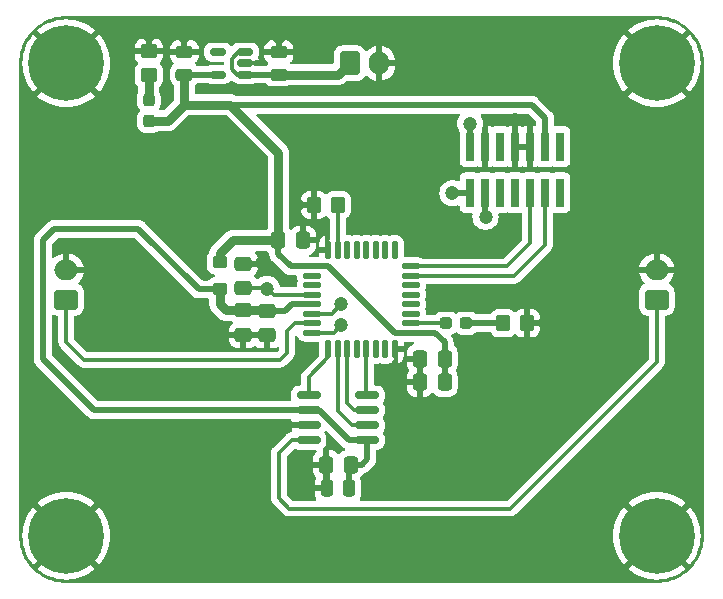
<source format=gbr>
%TF.GenerationSoftware,KiCad,Pcbnew,7.0.10-7.0.10~ubuntu22.04.1*%
%TF.CreationDate,2024-02-29T14:22:19+01:00*%
%TF.ProjectId,tp_micro_tetar_darriet,74705f6d-6963-4726-9f5f-74657461725f,rev?*%
%TF.SameCoordinates,Original*%
%TF.FileFunction,Copper,L1,Top*%
%TF.FilePolarity,Positive*%
%FSLAX46Y46*%
G04 Gerber Fmt 4.6, Leading zero omitted, Abs format (unit mm)*
G04 Created by KiCad (PCBNEW 7.0.10-7.0.10~ubuntu22.04.1) date 2024-02-29 14:22:19*
%MOMM*%
%LPD*%
G01*
G04 APERTURE LIST*
G04 Aperture macros list*
%AMRoundRect*
0 Rectangle with rounded corners*
0 $1 Rounding radius*
0 $2 $3 $4 $5 $6 $7 $8 $9 X,Y pos of 4 corners*
0 Add a 4 corners polygon primitive as box body*
4,1,4,$2,$3,$4,$5,$6,$7,$8,$9,$2,$3,0*
0 Add four circle primitives for the rounded corners*
1,1,$1+$1,$2,$3*
1,1,$1+$1,$4,$5*
1,1,$1+$1,$6,$7*
1,1,$1+$1,$8,$9*
0 Add four rect primitives between the rounded corners*
20,1,$1+$1,$2,$3,$4,$5,0*
20,1,$1+$1,$4,$5,$6,$7,0*
20,1,$1+$1,$6,$7,$8,$9,0*
20,1,$1+$1,$8,$9,$2,$3,0*%
G04 Aperture macros list end*
%TA.AperFunction,SMDPad,CuDef*%
%ADD10RoundRect,0.250000X-0.350000X0.275000X-0.350000X-0.275000X0.350000X-0.275000X0.350000X0.275000X0*%
%TD*%
%TA.AperFunction,SMDPad,CuDef*%
%ADD11RoundRect,0.250000X0.250000X0.475000X-0.250000X0.475000X-0.250000X-0.475000X0.250000X-0.475000X0*%
%TD*%
%TA.AperFunction,SMDPad,CuDef*%
%ADD12RoundRect,0.250000X0.337500X0.475000X-0.337500X0.475000X-0.337500X-0.475000X0.337500X-0.475000X0*%
%TD*%
%TA.AperFunction,SMDPad,CuDef*%
%ADD13RoundRect,0.250000X0.475000X-0.250000X0.475000X0.250000X-0.475000X0.250000X-0.475000X-0.250000X0*%
%TD*%
%TA.AperFunction,SMDPad,CuDef*%
%ADD14RoundRect,0.150000X0.512500X0.150000X-0.512500X0.150000X-0.512500X-0.150000X0.512500X-0.150000X0*%
%TD*%
%TA.AperFunction,SMDPad,CuDef*%
%ADD15R,0.740000X2.400000*%
%TD*%
%TA.AperFunction,SMDPad,CuDef*%
%ADD16RoundRect,0.237500X-0.237500X0.287500X-0.237500X-0.287500X0.237500X-0.287500X0.237500X0.287500X0*%
%TD*%
%TA.AperFunction,ComponentPad*%
%ADD17C,6.400000*%
%TD*%
%TA.AperFunction,SMDPad,CuDef*%
%ADD18RoundRect,0.237500X0.287500X0.237500X-0.287500X0.237500X-0.287500X-0.237500X0.287500X-0.237500X0*%
%TD*%
%TA.AperFunction,ComponentPad*%
%ADD19RoundRect,0.250000X0.750000X-0.600000X0.750000X0.600000X-0.750000X0.600000X-0.750000X-0.600000X0*%
%TD*%
%TA.AperFunction,ComponentPad*%
%ADD20O,2.000000X1.700000*%
%TD*%
%TA.AperFunction,SMDPad,CuDef*%
%ADD21RoundRect,0.250000X0.350000X0.450000X-0.350000X0.450000X-0.350000X-0.450000X0.350000X-0.450000X0*%
%TD*%
%TA.AperFunction,SMDPad,CuDef*%
%ADD22RoundRect,0.250000X-0.350000X-0.450000X0.350000X-0.450000X0.350000X0.450000X-0.350000X0.450000X0*%
%TD*%
%TA.AperFunction,SMDPad,CuDef*%
%ADD23RoundRect,0.250000X0.450000X-0.350000X0.450000X0.350000X-0.450000X0.350000X-0.450000X-0.350000X0*%
%TD*%
%TA.AperFunction,SMDPad,CuDef*%
%ADD24RoundRect,0.125000X-0.625000X-0.125000X0.625000X-0.125000X0.625000X0.125000X-0.625000X0.125000X0*%
%TD*%
%TA.AperFunction,SMDPad,CuDef*%
%ADD25RoundRect,0.125000X-0.125000X-0.625000X0.125000X-0.625000X0.125000X0.625000X-0.125000X0.625000X0*%
%TD*%
%TA.AperFunction,SMDPad,CuDef*%
%ADD26RoundRect,0.150000X0.825000X0.150000X-0.825000X0.150000X-0.825000X-0.150000X0.825000X-0.150000X0*%
%TD*%
%TA.AperFunction,SMDPad,CuDef*%
%ADD27RoundRect,0.250000X-0.337500X-0.475000X0.337500X-0.475000X0.337500X0.475000X-0.337500X0.475000X0*%
%TD*%
%TA.AperFunction,SMDPad,CuDef*%
%ADD28RoundRect,0.250000X0.475000X-0.337500X0.475000X0.337500X-0.475000X0.337500X-0.475000X-0.337500X0*%
%TD*%
%TA.AperFunction,SMDPad,CuDef*%
%ADD29RoundRect,0.250000X-0.475000X0.337500X-0.475000X-0.337500X0.475000X-0.337500X0.475000X0.337500X0*%
%TD*%
%TA.AperFunction,ComponentPad*%
%ADD30RoundRect,0.250000X-0.600000X-0.750000X0.600000X-0.750000X0.600000X0.750000X-0.600000X0.750000X0*%
%TD*%
%TA.AperFunction,ComponentPad*%
%ADD31O,1.700000X2.000000*%
%TD*%
%TA.AperFunction,ViaPad*%
%ADD32C,1.200000*%
%TD*%
%TA.AperFunction,Conductor*%
%ADD33C,0.750000*%
%TD*%
%TA.AperFunction,Conductor*%
%ADD34C,0.500000*%
%TD*%
%TA.AperFunction,Conductor*%
%ADD35C,0.300000*%
%TD*%
G04 APERTURE END LIST*
D10*
%TO.P,L1,1*%
%TO.N,+3V3*%
X63000000Y-66850000D03*
%TO.P,L1,2*%
%TO.N,+3.3VA*%
X63000000Y-69150000D03*
%TD*%
D11*
%TO.P,C10,1*%
%TO.N,+3.3VA*%
X73950000Y-86000000D03*
%TO.P,C10,2*%
%TO.N,GND*%
X72050000Y-86000000D03*
%TD*%
D12*
%TO.P,C5,1*%
%TO.N,+3V3*%
X82037500Y-75000000D03*
%TO.P,C5,2*%
%TO.N,GND*%
X79962500Y-75000000D03*
%TD*%
D13*
%TO.P,C1,1*%
%TO.N,+5V*%
X68000000Y-50950000D03*
%TO.P,C1,2*%
%TO.N,GND*%
X68000000Y-49050000D03*
%TD*%
D14*
%TO.P,U1,1,VIN*%
%TO.N,+5V*%
X65137500Y-50950000D03*
%TO.P,U1,2,GND*%
%TO.N,GND*%
X65137500Y-50000000D03*
%TO.P,U1,3,~{SHDN}*%
%TO.N,+5V*%
X65137500Y-49050000D03*
%TO.P,U1,4,NC*%
%TO.N,unconnected-(U1-Pad4)*%
X62862500Y-49050000D03*
%TO.P,U1,5,VOUT*%
%TO.N,+3V3*%
X62862500Y-50950000D03*
%TD*%
D15*
%TO.P,J1,1,Pin_1*%
%TO.N,unconnected-(J1-Pad1)*%
X91810000Y-57050000D03*
%TO.P,J1,2,Pin_2*%
%TO.N,unconnected-(J1-Pad2)*%
X91810000Y-60950000D03*
%TO.P,J1,3,Pin_3*%
%TO.N,+3V3*%
X90540000Y-57050000D03*
%TO.P,J1,4,Pin_4*%
%TO.N,SWDIO*%
X90540000Y-60950000D03*
%TO.P,J1,5,Pin_5*%
%TO.N,GND*%
X89270000Y-57050000D03*
%TO.P,J1,6,Pin_6*%
%TO.N,SWDCK*%
X89270000Y-60950000D03*
%TO.P,J1,7,Pin_7*%
%TO.N,GND*%
X88000000Y-57050000D03*
%TO.P,J1,8,Pin_8*%
%TO.N,unconnected-(J1-Pad8)*%
X88000000Y-60950000D03*
%TO.P,J1,9,Pin_9*%
%TO.N,unconnected-(J1-Pad9)*%
X86730000Y-57050000D03*
%TO.P,J1,10,Pin_10*%
%TO.N,unconnected-(J1-Pad10)*%
X86730000Y-60950000D03*
%TO.P,J1,11,Pin_11*%
%TO.N,GND*%
X85460000Y-57050000D03*
%TO.P,J1,12,Pin_12*%
%TO.N,NRST*%
X85460000Y-60950000D03*
%TO.P,J1,13,Pin_13*%
%TO.N,USART2_RX*%
X84190000Y-57050000D03*
%TO.P,J1,14,Pin_14*%
%TO.N,USART2_TX*%
X84190000Y-60950000D03*
%TD*%
D16*
%TO.P,D2,1,K*%
%TO.N,Net-(D2-Pad1)*%
X57000000Y-53125000D03*
%TO.P,D2,2,A*%
%TO.N,+3V3*%
X57000000Y-54875000D03*
%TD*%
D17*
%TO.P,H2,1,1*%
%TO.N,GND*%
X100000000Y-50000000D03*
%TD*%
D18*
%TO.P,D1,1,K*%
%TO.N,Net-(D1-Pad1)*%
X83875000Y-72000000D03*
%TO.P,D1,2,A*%
%TO.N,LED_STATUS*%
X82125000Y-72000000D03*
%TD*%
D19*
%TO.P,J2,1,Pin_1*%
%TO.N,ADC_IN1*%
X50000000Y-70000000D03*
D20*
%TO.P,J2,2,Pin_2*%
%TO.N,GND*%
X50000000Y-67500000D03*
%TD*%
D17*
%TO.P,H1,1,1*%
%TO.N,GND*%
X50000000Y-50000000D03*
%TD*%
D21*
%TO.P,R2,1*%
%TO.N,Net-(R2-Pad1)*%
X73000000Y-62000000D03*
%TO.P,R2,2*%
%TO.N,GND*%
X71000000Y-62000000D03*
%TD*%
D22*
%TO.P,R1,1*%
%TO.N,Net-(D1-Pad1)*%
X87000000Y-72000000D03*
%TO.P,R1,2*%
%TO.N,GND*%
X89000000Y-72000000D03*
%TD*%
D23*
%TO.P,R3,1*%
%TO.N,Net-(D2-Pad1)*%
X57000000Y-51000000D03*
%TO.P,R3,2*%
%TO.N,GND*%
X57000000Y-49000000D03*
%TD*%
D24*
%TO.P,U2,1,VDD*%
%TO.N,+3V3*%
X70825000Y-67200000D03*
%TO.P,U2,2,PC14*%
%TO.N,unconnected-(U2-Pad2)*%
X70825000Y-68000000D03*
%TO.P,U2,3,PC15*%
%TO.N,unconnected-(U2-Pad3)*%
X70825000Y-68800000D03*
%TO.P,U2,4,NRST*%
%TO.N,NRST*%
X70825000Y-69600000D03*
%TO.P,U2,5,VDDA*%
%TO.N,+3.3VA*%
X70825000Y-70400000D03*
%TO.P,U2,6,PA0*%
%TO.N,USART2_RX*%
X70825000Y-71200000D03*
%TO.P,U2,7,PA1*%
%TO.N,ADC_IN1*%
X70825000Y-72000000D03*
%TO.P,U2,8,PA2*%
%TO.N,USART2_TX*%
X70825000Y-72800000D03*
D25*
%TO.P,U2,9,PA3*%
%TO.N,DAC_nLDAC*%
X72200000Y-74175000D03*
%TO.P,U2,10,PA4*%
%TO.N,DAC_nCS*%
X73000000Y-74175000D03*
%TO.P,U2,11,PA5*%
%TO.N,SPI1_SCK*%
X73800000Y-74175000D03*
%TO.P,U2,12,PA6*%
%TO.N,unconnected-(U2-Pad12)*%
X74600000Y-74175000D03*
%TO.P,U2,13,PA7*%
%TO.N,SPI1_MOSI*%
X75400000Y-74175000D03*
%TO.P,U2,14,PB0*%
%TO.N,unconnected-(U2-Pad14)*%
X76200000Y-74175000D03*
%TO.P,U2,15,PB1*%
%TO.N,unconnected-(U2-Pad15)*%
X77000000Y-74175000D03*
%TO.P,U2,16,VSS*%
%TO.N,GND*%
X77800000Y-74175000D03*
D24*
%TO.P,U2,17,VDD*%
%TO.N,+3V3*%
X79175000Y-72800000D03*
%TO.P,U2,18,PA8*%
%TO.N,LED_STATUS*%
X79175000Y-72000000D03*
%TO.P,U2,19,PA9*%
%TO.N,unconnected-(U2-Pad19)*%
X79175000Y-71200000D03*
%TO.P,U2,20,PA10*%
%TO.N,unconnected-(U2-Pad20)*%
X79175000Y-70400000D03*
%TO.P,U2,21,PA11*%
%TO.N,unconnected-(U2-Pad21)*%
X79175000Y-69600000D03*
%TO.P,U2,22,PA12*%
%TO.N,unconnected-(U2-Pad22)*%
X79175000Y-68800000D03*
%TO.P,U2,23,PA13*%
%TO.N,SWDIO*%
X79175000Y-68000000D03*
%TO.P,U2,24,PA14*%
%TO.N,SWDCK*%
X79175000Y-67200000D03*
D25*
%TO.P,U2,25,PA15*%
%TO.N,unconnected-(U2-Pad25)*%
X77800000Y-65825000D03*
%TO.P,U2,26,PB3*%
%TO.N,unconnected-(U2-Pad26)*%
X77000000Y-65825000D03*
%TO.P,U2,27,PB4*%
%TO.N,unconnected-(U2-Pad27)*%
X76200000Y-65825000D03*
%TO.P,U2,28,PB5*%
%TO.N,unconnected-(U2-Pad28)*%
X75400000Y-65825000D03*
%TO.P,U2,29,PB6*%
%TO.N,unconnected-(U2-Pad29)*%
X74600000Y-65825000D03*
%TO.P,U2,30,PB7*%
%TO.N,unconnected-(U2-Pad30)*%
X73800000Y-65825000D03*
%TO.P,U2,31,PB9*%
%TO.N,Net-(R2-Pad1)*%
X73000000Y-65825000D03*
%TO.P,U2,32,VSS*%
%TO.N,GND*%
X72200000Y-65825000D03*
%TD*%
D26*
%TO.P,U3,1,Vdd*%
%TO.N,+3.3VA*%
X75475000Y-81905000D03*
%TO.P,U3,2,~{CS}*%
%TO.N,DAC_nCS*%
X75475000Y-80635000D03*
%TO.P,U3,3,SCK*%
%TO.N,SPI1_SCK*%
X75475000Y-79365000D03*
%TO.P,U3,4,SDI*%
%TO.N,SPI1_MOSI*%
X75475000Y-78095000D03*
%TO.P,U3,5,~{LDAC}*%
%TO.N,DAC_nLDAC*%
X70525000Y-78095000D03*
%TO.P,U3,6,~{SHDN}*%
%TO.N,+3.3VA*%
X70525000Y-79365000D03*
%TO.P,U3,7,Vss*%
%TO.N,GND*%
X70525000Y-80635000D03*
%TO.P,U3,8,Vout*%
%TO.N,DAC_OUT*%
X70525000Y-81905000D03*
%TD*%
D27*
%TO.P,C4,1*%
%TO.N,+3V3*%
X67962500Y-65000000D03*
%TO.P,C4,2*%
%TO.N,GND*%
X70037500Y-65000000D03*
%TD*%
D19*
%TO.P,J4,1,Pin_1*%
%TO.N,DAC_OUT*%
X100000000Y-70000000D03*
D20*
%TO.P,J4,2,Pin_2*%
%TO.N,GND*%
X100000000Y-67500000D03*
%TD*%
D13*
%TO.P,C6,1*%
%TO.N,+3V3*%
X60000000Y-50950000D03*
%TO.P,C6,2*%
%TO.N,GND*%
X60000000Y-49050000D03*
%TD*%
D28*
%TO.P,C3,1*%
%TO.N,NRST*%
X65000000Y-69037500D03*
%TO.P,C3,2*%
%TO.N,GND*%
X65000000Y-66962500D03*
%TD*%
D29*
%TO.P,C7,1*%
%TO.N,+3.3VA*%
X65000000Y-70925000D03*
%TO.P,C7,2*%
%TO.N,GND*%
X65000000Y-73000000D03*
%TD*%
D17*
%TO.P,H4,1,1*%
%TO.N,GND*%
X100000000Y-90000000D03*
%TD*%
D29*
%TO.P,C8,1*%
%TO.N,+3.3VA*%
X67000000Y-70962500D03*
%TO.P,C8,2*%
%TO.N,GND*%
X67000000Y-73037500D03*
%TD*%
D17*
%TO.P,H3,1,1*%
%TO.N,GND*%
X50000000Y-90000000D03*
%TD*%
D12*
%TO.P,C2,1*%
%TO.N,+3V3*%
X82037500Y-77000000D03*
%TO.P,C2,2*%
%TO.N,GND*%
X79962500Y-77000000D03*
%TD*%
%TO.P,C9,1*%
%TO.N,+3.3VA*%
X74075000Y-84000000D03*
%TO.P,C9,2*%
%TO.N,GND*%
X72000000Y-84000000D03*
%TD*%
D30*
%TO.P,J3,1,Pin_1*%
%TO.N,+5V*%
X74000000Y-50000000D03*
D31*
%TO.P,J3,2,Pin_2*%
%TO.N,GND*%
X76500000Y-50000000D03*
%TD*%
D32*
%TO.N,GND*%
X70300000Y-85000000D03*
X70000000Y-75100000D03*
X53000000Y-76700000D03*
X69500000Y-62000000D03*
X78000000Y-76000000D03*
X66600000Y-66900000D03*
X68600000Y-80700000D03*
X88000000Y-54800000D03*
X68000000Y-47800000D03*
X60000000Y-47700000D03*
X57000000Y-47600000D03*
X90500000Y-72000000D03*
%TO.N,NRST*%
X85500000Y-63000000D03*
X67000000Y-69100000D03*
%TO.N,USART2_RX*%
X73300000Y-70400000D03*
X84200000Y-55100000D03*
%TO.N,USART2_TX*%
X73300000Y-72200000D03*
X82700000Y-61000000D03*
%TD*%
D33*
%TO.N,+3V3*%
X64100000Y-65000000D02*
X63000000Y-66100000D01*
D34*
X62862500Y-50950000D02*
X60000000Y-50950000D01*
D33*
X58625000Y-54875000D02*
X57000000Y-54875000D01*
D34*
X90540000Y-54640000D02*
X89400000Y-53500000D01*
X82037500Y-73637500D02*
X82037500Y-75000000D01*
X81200000Y-72800000D02*
X82037500Y-73637500D01*
X67962500Y-66162500D02*
X67962500Y-65000000D01*
D33*
X60000000Y-50950000D02*
X60000000Y-53500000D01*
X60000000Y-53500000D02*
X58625000Y-54875000D01*
X63900000Y-53500000D02*
X60000000Y-53500000D01*
D34*
X79175000Y-72800000D02*
X81200000Y-72800000D01*
X72200000Y-67200000D02*
X77800000Y-72800000D01*
D33*
X67962500Y-65000000D02*
X64100000Y-65000000D01*
D34*
X77800000Y-72800000D02*
X79175000Y-72800000D01*
D33*
X67962500Y-65000000D02*
X67962500Y-57562500D01*
D34*
X89400000Y-53500000D02*
X63900000Y-53500000D01*
D33*
X67962500Y-57562500D02*
X63900000Y-53500000D01*
D34*
X70825000Y-67200000D02*
X72200000Y-67200000D01*
X90540000Y-57050000D02*
X90540000Y-54640000D01*
X82037500Y-77000000D02*
X82037500Y-75000000D01*
D33*
X63000000Y-66100000D02*
X63000000Y-66850000D01*
D34*
X70825000Y-67200000D02*
X69000000Y-67200000D01*
X69000000Y-67200000D02*
X67962500Y-66162500D01*
D33*
%TO.N,+5V*%
X73050000Y-50950000D02*
X74000000Y-50000000D01*
D35*
X64450000Y-50950000D02*
X64000000Y-50500000D01*
X64000000Y-49600000D02*
X64550000Y-49050000D01*
D33*
X68000000Y-50950000D02*
X73050000Y-50950000D01*
D34*
X65137500Y-50950000D02*
X68000000Y-50950000D01*
D35*
X64550000Y-49050000D02*
X65137500Y-49050000D01*
X65137500Y-50950000D02*
X64450000Y-50950000D01*
X64000000Y-50500000D02*
X64000000Y-49600000D01*
D34*
%TO.N,+3.3VA*%
X68537500Y-70962500D02*
X67000000Y-70962500D01*
X69100000Y-70400000D02*
X68537500Y-70962500D01*
X52365000Y-79365000D02*
X48000000Y-75000000D01*
X75475000Y-83525000D02*
X75000000Y-84000000D01*
X61250000Y-69150000D02*
X63000000Y-69150000D01*
X49000000Y-64000000D02*
X56100000Y-64000000D01*
X70525000Y-79365000D02*
X52365000Y-79365000D01*
X73950000Y-84125000D02*
X74075000Y-84000000D01*
D33*
X65000000Y-70925000D02*
X63525000Y-70925000D01*
X66962500Y-70925000D02*
X67000000Y-70962500D01*
X64925000Y-70850000D02*
X65000000Y-70925000D01*
D34*
X56100000Y-64000000D02*
X61250000Y-69150000D01*
D33*
X63525000Y-70925000D02*
X63000000Y-70400000D01*
D34*
X70525000Y-79365000D02*
X71365000Y-79365000D01*
X48000000Y-75000000D02*
X48000000Y-65000000D01*
D33*
X65000000Y-70925000D02*
X66962500Y-70925000D01*
D34*
X73950000Y-86000000D02*
X73950000Y-84125000D01*
X70825000Y-70400000D02*
X69100000Y-70400000D01*
D33*
X63000000Y-70400000D02*
X63000000Y-69150000D01*
D34*
X48000000Y-65000000D02*
X49000000Y-64000000D01*
X71365000Y-79365000D02*
X73905000Y-81905000D01*
X75000000Y-84000000D02*
X74075000Y-84000000D01*
X75475000Y-81905000D02*
X75475000Y-83525000D01*
X73905000Y-81905000D02*
X75475000Y-81905000D01*
%TO.N,Net-(D1-Pad1)*%
X83875000Y-72000000D02*
X87000000Y-72000000D01*
D35*
%TO.N,LED_STATUS*%
X79175000Y-72000000D02*
X82125000Y-72000000D01*
D33*
%TO.N,Net-(D2-Pad1)*%
X57000000Y-51000000D02*
X57000000Y-53125000D01*
D35*
%TO.N,SWDIO*%
X79175000Y-68000000D02*
X87900000Y-68000000D01*
X87900000Y-68000000D02*
X90540000Y-65360000D01*
X90540000Y-65360000D02*
X90540000Y-60950000D01*
%TO.N,SWDCK*%
X87300000Y-67200000D02*
X79175000Y-67200000D01*
X89270000Y-60950000D02*
X89270000Y-65230000D01*
X89270000Y-65230000D02*
X87300000Y-67200000D01*
D34*
%TO.N,NRST*%
X85460000Y-62960000D02*
X85500000Y-63000000D01*
X85460000Y-60950000D02*
X85460000Y-62960000D01*
D35*
X67037500Y-69037500D02*
X65000000Y-69037500D01*
X70825000Y-69600000D02*
X67600000Y-69600000D01*
X67600000Y-69600000D02*
X67037500Y-69037500D01*
%TO.N,USART2_RX*%
X70825000Y-71200000D02*
X72500000Y-71200000D01*
X72500000Y-71200000D02*
X73300000Y-70400000D01*
D34*
X84190000Y-57050000D02*
X84190000Y-55110000D01*
X84190000Y-55110000D02*
X84200000Y-55100000D01*
D35*
%TO.N,USART2_TX*%
X72700000Y-72800000D02*
X73300000Y-72200000D01*
D34*
X84190000Y-60950000D02*
X82750000Y-60950000D01*
X82750000Y-60950000D02*
X82700000Y-61000000D01*
D35*
X70825000Y-72800000D02*
X72700000Y-72800000D01*
%TO.N,ADC_IN1*%
X51500000Y-75100000D02*
X68100000Y-75100000D01*
X50000000Y-73600000D02*
X51500000Y-75100000D01*
X68100000Y-75100000D02*
X68700000Y-74500000D01*
X68700000Y-74500000D02*
X68700000Y-72700000D01*
X68700000Y-72700000D02*
X69400000Y-72000000D01*
X69400000Y-72000000D02*
X70825000Y-72000000D01*
X50000000Y-70000000D02*
X50000000Y-73600000D01*
%TO.N,DAC_OUT*%
X68900000Y-87700000D02*
X87600000Y-87700000D01*
X68000000Y-83000000D02*
X68000000Y-86800000D01*
X100000000Y-75300000D02*
X100000000Y-70000000D01*
X68000000Y-86800000D02*
X68900000Y-87700000D01*
X70525000Y-81905000D02*
X69095000Y-81905000D01*
X69095000Y-81905000D02*
X68000000Y-83000000D01*
X87600000Y-87700000D02*
X100000000Y-75300000D01*
%TO.N,Net-(R2-Pad1)*%
X73000000Y-65825000D02*
X73000000Y-62000000D01*
%TO.N,DAC_nLDAC*%
X72200000Y-74900000D02*
X70525000Y-76575000D01*
X70525000Y-76575000D02*
X70525000Y-78095000D01*
X72200000Y-74175000D02*
X72200000Y-74900000D01*
%TO.N,DAC_nCS*%
X73000000Y-79400000D02*
X74235000Y-80635000D01*
X74235000Y-80635000D02*
X75475000Y-80635000D01*
X73000000Y-74175000D02*
X73000000Y-79400000D01*
%TO.N,SPI1_SCK*%
X74365000Y-79365000D02*
X75475000Y-79365000D01*
X73800000Y-74175000D02*
X73800000Y-78800000D01*
X73800000Y-78800000D02*
X74365000Y-79365000D01*
%TO.N,SPI1_MOSI*%
X75400000Y-78020000D02*
X75475000Y-78095000D01*
X75400000Y-74175000D02*
X75400000Y-78020000D01*
%TD*%
%TA.AperFunction,Conductor*%
%TO.N,GND*%
G36*
X72069696Y-81143426D02*
G01*
X72079874Y-81152555D01*
X73323092Y-82395773D01*
X73335065Y-82409627D01*
X73349531Y-82429058D01*
X73387874Y-82461231D01*
X73395967Y-82468648D01*
X73399899Y-82472580D01*
X73420138Y-82488583D01*
X73424452Y-82491994D01*
X73427284Y-82494300D01*
X73485360Y-82543032D01*
X73485366Y-82543035D01*
X73491495Y-82547067D01*
X73491457Y-82547123D01*
X73497813Y-82551172D01*
X73497849Y-82551115D01*
X73504091Y-82554965D01*
X73504094Y-82554967D01*
X73527950Y-82566090D01*
X73581235Y-82613006D01*
X73600697Y-82681283D01*
X73580156Y-82749244D01*
X73526134Y-82795310D01*
X73514338Y-82799889D01*
X73470726Y-82814340D01*
X73414761Y-82832885D01*
X73263847Y-82925970D01*
X73263841Y-82925975D01*
X73138471Y-83051345D01*
X73136011Y-83054457D01*
X73133781Y-83056035D01*
X73133280Y-83056537D01*
X73133194Y-83056451D01*
X73078068Y-83095483D01*
X73007143Y-83098671D01*
X72945754Y-83063008D01*
X72938337Y-83054446D01*
X72936132Y-83051657D01*
X72810845Y-82926370D01*
X72810839Y-82926365D01*
X72660025Y-82833342D01*
X72491821Y-82777606D01*
X72491818Y-82777605D01*
X72388016Y-82767000D01*
X72254000Y-82767000D01*
X72254000Y-84724001D01*
X72267095Y-84737096D01*
X72301121Y-84799408D01*
X72304000Y-84826191D01*
X72304000Y-86128000D01*
X72283998Y-86196121D01*
X72230342Y-86242614D01*
X72178000Y-86254000D01*
X71042000Y-86254000D01*
X71042000Y-86525516D01*
X71052605Y-86629318D01*
X71052606Y-86629321D01*
X71108343Y-86797527D01*
X71140310Y-86849354D01*
X71159047Y-86917833D01*
X71137787Y-86985572D01*
X71083280Y-87031063D01*
X71033069Y-87041500D01*
X69224950Y-87041500D01*
X69156829Y-87021498D01*
X69135854Y-87004595D01*
X68695404Y-86564144D01*
X68661379Y-86501832D01*
X68658500Y-86475049D01*
X68658500Y-84254000D01*
X70904500Y-84254000D01*
X70904500Y-84525516D01*
X70915105Y-84629318D01*
X70915106Y-84629321D01*
X70970842Y-84797525D01*
X71063865Y-84948339D01*
X71063870Y-84948345D01*
X71117878Y-85002353D01*
X71151904Y-85064665D01*
X71146839Y-85135480D01*
X71136025Y-85157594D01*
X71108342Y-85202475D01*
X71052606Y-85370678D01*
X71052605Y-85370681D01*
X71042000Y-85474483D01*
X71042000Y-85746000D01*
X71796000Y-85746000D01*
X71796000Y-85275999D01*
X71782905Y-85262904D01*
X71748879Y-85200592D01*
X71746000Y-85173809D01*
X71746000Y-84254000D01*
X70904500Y-84254000D01*
X68658500Y-84254000D01*
X68658500Y-83324950D01*
X68678502Y-83256829D01*
X68695405Y-83235855D01*
X69260915Y-82670345D01*
X69323227Y-82636319D01*
X69394042Y-82641384D01*
X69414150Y-82650987D01*
X69436399Y-82664145D01*
X69596169Y-82710562D01*
X69633488Y-82713499D01*
X69633489Y-82713500D01*
X71097835Y-82713500D01*
X71165956Y-82733502D01*
X71212449Y-82787158D01*
X71222553Y-82857432D01*
X71193059Y-82922012D01*
X71186930Y-82928595D01*
X71063870Y-83051654D01*
X71063865Y-83051660D01*
X70970842Y-83202474D01*
X70915106Y-83370678D01*
X70915105Y-83370681D01*
X70904500Y-83474483D01*
X70904500Y-83746000D01*
X71746000Y-83746000D01*
X71746000Y-82766865D01*
X71712134Y-82704847D01*
X71717199Y-82634032D01*
X71752361Y-82586218D01*
X71751202Y-82585059D01*
X71874450Y-82461810D01*
X71874453Y-82461807D01*
X71959145Y-82318601D01*
X72005562Y-82158831D01*
X72008499Y-82121511D01*
X72008500Y-82121511D01*
X72008500Y-81688489D01*
X72008499Y-81688488D01*
X72005562Y-81651171D01*
X72005562Y-81651170D01*
X72005562Y-81651169D01*
X71959145Y-81491399D01*
X71959143Y-81491397D01*
X71959143Y-81491394D01*
X71874455Y-81348196D01*
X71873385Y-81346816D01*
X71872882Y-81345536D01*
X71870418Y-81341369D01*
X71871090Y-81340971D01*
X71847437Y-81280732D01*
X71861336Y-81211109D01*
X71873390Y-81192353D01*
X71874056Y-81191493D01*
X71882323Y-81177515D01*
X71934214Y-81129060D01*
X72004064Y-81116352D01*
X72069696Y-81143426D01*
G37*
%TD.AperFunction*%
%TA.AperFunction,Conductor*%
G36*
X48924133Y-71291077D02*
G01*
X48927257Y-71292112D01*
X48927262Y-71292115D01*
X49095574Y-71347887D01*
X49179180Y-71356428D01*
X49199444Y-71358499D01*
X49199445Y-71358499D01*
X49199455Y-71358500D01*
X49215496Y-71358499D01*
X49283615Y-71378498D01*
X49330111Y-71432151D01*
X49341500Y-71484499D01*
X49341500Y-73513389D01*
X49339708Y-73529620D01*
X49339958Y-73529644D01*
X49339211Y-73537536D01*
X49341438Y-73608369D01*
X49341500Y-73612327D01*
X49341500Y-73641432D01*
X49342056Y-73645833D01*
X49342986Y-73657655D01*
X49344437Y-73703829D01*
X49344438Y-73703832D01*
X49350421Y-73724429D01*
X49354428Y-73743780D01*
X49357117Y-73765060D01*
X49357117Y-73765061D01*
X49374124Y-73808018D01*
X49377967Y-73819244D01*
X49390853Y-73863597D01*
X49390853Y-73863598D01*
X49401771Y-73882058D01*
X49410468Y-73899811D01*
X49418364Y-73919755D01*
X49418368Y-73919761D01*
X49445514Y-73957123D01*
X49452033Y-73967047D01*
X49475547Y-74006807D01*
X49490714Y-74021974D01*
X49503552Y-74037005D01*
X49513970Y-74051345D01*
X49516159Y-74054357D01*
X49518690Y-74056451D01*
X49551752Y-74083802D01*
X49560532Y-74091792D01*
X50973127Y-75504387D01*
X50983341Y-75517135D01*
X50983534Y-75516976D01*
X50988583Y-75523079D01*
X50988584Y-75523080D01*
X51027366Y-75559499D01*
X51040272Y-75571618D01*
X51043083Y-75574342D01*
X51063667Y-75594926D01*
X51067172Y-75597644D01*
X51076186Y-75605343D01*
X51109867Y-75636972D01*
X51128660Y-75647303D01*
X51145184Y-75658158D01*
X51162132Y-75671305D01*
X51204530Y-75689652D01*
X51215191Y-75694875D01*
X51255657Y-75717121D01*
X51255659Y-75717122D01*
X51255663Y-75717124D01*
X51276440Y-75722458D01*
X51295132Y-75728857D01*
X51314823Y-75737379D01*
X51360454Y-75744606D01*
X51372050Y-75747006D01*
X51416812Y-75758500D01*
X51438258Y-75758500D01*
X51457968Y-75760050D01*
X51479151Y-75763406D01*
X51525136Y-75759059D01*
X51536994Y-75758500D01*
X68013389Y-75758500D01*
X68029620Y-75760291D01*
X68029644Y-75760042D01*
X68037536Y-75760788D01*
X68037536Y-75760787D01*
X68037537Y-75760788D01*
X68108369Y-75758561D01*
X68112327Y-75758500D01*
X68141425Y-75758500D01*
X68141432Y-75758500D01*
X68145842Y-75757942D01*
X68157659Y-75757012D01*
X68203831Y-75755562D01*
X68224421Y-75749579D01*
X68243776Y-75745571D01*
X68265064Y-75742882D01*
X68308026Y-75725871D01*
X68319224Y-75722037D01*
X68363600Y-75709145D01*
X68382052Y-75698232D01*
X68399813Y-75689530D01*
X68419756Y-75681635D01*
X68457129Y-75654480D01*
X68467036Y-75647972D01*
X68506807Y-75624453D01*
X68521977Y-75609281D01*
X68537005Y-75596447D01*
X68554357Y-75583841D01*
X68583812Y-75548233D01*
X68591781Y-75539477D01*
X69104386Y-75026872D01*
X69117129Y-75016665D01*
X69116969Y-75016471D01*
X69123075Y-75011418D01*
X69123080Y-75011416D01*
X69171638Y-74959705D01*
X69174298Y-74956960D01*
X69194927Y-74936333D01*
X69197642Y-74932831D01*
X69205346Y-74923809D01*
X69236972Y-74890133D01*
X69247310Y-74871327D01*
X69258152Y-74854823D01*
X69271304Y-74837868D01*
X69289660Y-74795448D01*
X69294864Y-74784826D01*
X69317124Y-74744337D01*
X69322456Y-74723565D01*
X69328859Y-74704866D01*
X69337380Y-74685177D01*
X69344607Y-74639541D01*
X69347011Y-74627934D01*
X69358500Y-74583188D01*
X69358500Y-74561741D01*
X69360051Y-74542030D01*
X69363406Y-74520848D01*
X69359059Y-74474859D01*
X69358500Y-74463002D01*
X69358500Y-73184540D01*
X69378502Y-73116419D01*
X69432158Y-73069926D01*
X69502432Y-73059822D01*
X69567012Y-73089316D01*
X69605396Y-73149042D01*
X69613982Y-73178593D01*
X69695458Y-73316363D01*
X69695461Y-73316366D01*
X69695462Y-73316368D01*
X69808631Y-73429537D01*
X69808633Y-73429538D01*
X69808637Y-73429542D01*
X69946407Y-73511018D01*
X70100111Y-73555674D01*
X70136021Y-73558500D01*
X71315500Y-73558499D01*
X71383621Y-73578501D01*
X71430114Y-73632157D01*
X71441500Y-73684499D01*
X71441500Y-74675049D01*
X71421498Y-74743170D01*
X71404595Y-74764144D01*
X70120611Y-76048127D01*
X70107865Y-76058340D01*
X70108025Y-76058533D01*
X70101920Y-76063583D01*
X70053395Y-76115256D01*
X70050643Y-76118096D01*
X70030074Y-76138665D01*
X70030073Y-76138667D01*
X70027344Y-76142184D01*
X70019650Y-76151191D01*
X69988029Y-76184865D01*
X69988027Y-76184867D01*
X69977691Y-76203667D01*
X69966843Y-76220180D01*
X69953699Y-76237126D01*
X69953694Y-76237135D01*
X69935350Y-76279524D01*
X69930131Y-76290178D01*
X69907877Y-76330661D01*
X69907873Y-76330670D01*
X69902541Y-76351436D01*
X69896139Y-76370136D01*
X69887620Y-76389820D01*
X69887620Y-76389823D01*
X69880393Y-76435452D01*
X69877986Y-76447072D01*
X69866500Y-76491810D01*
X69866500Y-76513258D01*
X69864949Y-76532967D01*
X69861594Y-76554150D01*
X69861594Y-76554152D01*
X69865941Y-76600138D01*
X69866500Y-76611996D01*
X69866500Y-77160500D01*
X69846498Y-77228621D01*
X69792842Y-77275114D01*
X69740500Y-77286500D01*
X69633489Y-77286500D01*
X69596171Y-77289437D01*
X69596170Y-77289437D01*
X69436394Y-77335856D01*
X69293196Y-77420544D01*
X69293189Y-77420549D01*
X69175549Y-77538189D01*
X69175544Y-77538196D01*
X69090856Y-77681394D01*
X69044437Y-77841170D01*
X69044437Y-77841171D01*
X69041500Y-77878488D01*
X69041500Y-78311511D01*
X69044437Y-78348828D01*
X69044437Y-78348829D01*
X69044438Y-78348831D01*
X69072478Y-78445349D01*
X69072276Y-78516343D01*
X69033722Y-78575960D01*
X68969058Y-78605268D01*
X68951482Y-78606500D01*
X52731371Y-78606500D01*
X52663250Y-78586498D01*
X52642276Y-78569595D01*
X48795405Y-74722724D01*
X48761379Y-74660412D01*
X48758500Y-74633629D01*
X48758500Y-71410682D01*
X48778502Y-71342561D01*
X48832158Y-71296068D01*
X48902432Y-71285964D01*
X48924133Y-71291077D01*
G37*
%TD.AperFunction*%
%TA.AperFunction,Conductor*%
G36*
X55801750Y-64778502D02*
G01*
X55822724Y-64795405D01*
X60668092Y-69640773D01*
X60680065Y-69654627D01*
X60694531Y-69674058D01*
X60732874Y-69706231D01*
X60740967Y-69713648D01*
X60744900Y-69717581D01*
X60744903Y-69717583D01*
X60769455Y-69736997D01*
X60772295Y-69739311D01*
X60830355Y-69788028D01*
X60830360Y-69788032D01*
X60830364Y-69788034D01*
X60836495Y-69792067D01*
X60836458Y-69792122D01*
X60842811Y-69796169D01*
X60842847Y-69796113D01*
X60849092Y-69799965D01*
X60849095Y-69799967D01*
X60917786Y-69831998D01*
X60921084Y-69833595D01*
X60950102Y-69848168D01*
X60988812Y-69867609D01*
X60988814Y-69867609D01*
X60995713Y-69870121D01*
X60995689Y-69870185D01*
X61002805Y-69872659D01*
X61002827Y-69872595D01*
X61009791Y-69874903D01*
X61084063Y-69890238D01*
X61087630Y-69891029D01*
X61161344Y-69908500D01*
X61161351Y-69908500D01*
X61168633Y-69909352D01*
X61168625Y-69909419D01*
X61176122Y-69910185D01*
X61176128Y-69910119D01*
X61183435Y-69910757D01*
X61183442Y-69910759D01*
X61258189Y-69908584D01*
X61259259Y-69908553D01*
X61262923Y-69908500D01*
X61990500Y-69908500D01*
X62058621Y-69928502D01*
X62105114Y-69982158D01*
X62116500Y-70034500D01*
X62116500Y-70320543D01*
X62114949Y-70340253D01*
X62112849Y-70353507D01*
X62116327Y-70419850D01*
X62116500Y-70426445D01*
X62116500Y-70446301D01*
X62116501Y-70446323D01*
X62118575Y-70466064D01*
X62119092Y-70472633D01*
X62122569Y-70538967D01*
X62122569Y-70538970D01*
X62126043Y-70551937D01*
X62129643Y-70571362D01*
X62131045Y-70584698D01*
X62131045Y-70584700D01*
X62131046Y-70584702D01*
X62132436Y-70588979D01*
X62151569Y-70647867D01*
X62153441Y-70654188D01*
X62170636Y-70718359D01*
X62170638Y-70718365D01*
X62176728Y-70730318D01*
X62184290Y-70748573D01*
X62186192Y-70754427D01*
X62188436Y-70761331D01*
X62190466Y-70764847D01*
X62221646Y-70818852D01*
X62224794Y-70824649D01*
X62254952Y-70883838D01*
X62254953Y-70883839D01*
X62263392Y-70894261D01*
X62274585Y-70910547D01*
X62281292Y-70922163D01*
X62281294Y-70922166D01*
X62281296Y-70922169D01*
X62325745Y-70971535D01*
X62330026Y-70976548D01*
X62342528Y-70991986D01*
X62356589Y-71006047D01*
X62361112Y-71010814D01*
X62365205Y-71015359D01*
X62405564Y-71060184D01*
X62416417Y-71068069D01*
X62431453Y-71080911D01*
X62844088Y-71493546D01*
X62856929Y-71508580D01*
X62864816Y-71519436D01*
X62914182Y-71563884D01*
X62918968Y-71568426D01*
X62933012Y-71582470D01*
X62933025Y-71582481D01*
X62948447Y-71594970D01*
X62953462Y-71599252D01*
X63002831Y-71643704D01*
X63014445Y-71650409D01*
X63030741Y-71661609D01*
X63041158Y-71670045D01*
X63041159Y-71670045D01*
X63041161Y-71670047D01*
X63100372Y-71700216D01*
X63106118Y-71703336D01*
X63118330Y-71710387D01*
X63163668Y-71736564D01*
X63176417Y-71740706D01*
X63194685Y-71748272D01*
X63206637Y-71754362D01*
X63260713Y-71768851D01*
X63270797Y-71771553D01*
X63277114Y-71773423D01*
X63340298Y-71793954D01*
X63351523Y-71795133D01*
X63353628Y-71795355D01*
X63373073Y-71798958D01*
X63386029Y-71802430D01*
X63452373Y-71805906D01*
X63458939Y-71806423D01*
X63478694Y-71808500D01*
X63498555Y-71808500D01*
X63505150Y-71808673D01*
X63571491Y-71812150D01*
X63571491Y-71812149D01*
X63571493Y-71812150D01*
X63584745Y-71810050D01*
X63604456Y-71808500D01*
X63946127Y-71808500D01*
X64014248Y-71828502D01*
X64035222Y-71845405D01*
X64051345Y-71861528D01*
X64054450Y-71863983D01*
X64056027Y-71866210D01*
X64056537Y-71866720D01*
X64056449Y-71866807D01*
X64095481Y-71921922D01*
X64098673Y-71992847D01*
X64063014Y-72054239D01*
X64054454Y-72061657D01*
X64051654Y-72063870D01*
X63926370Y-72189154D01*
X63926365Y-72189160D01*
X63833342Y-72339974D01*
X63777606Y-72508178D01*
X63777605Y-72508181D01*
X63767000Y-72611983D01*
X63767000Y-72746000D01*
X66186309Y-72746000D01*
X66254430Y-72766002D01*
X66275404Y-72782905D01*
X66275999Y-72783500D01*
X67128000Y-72783500D01*
X67196121Y-72803502D01*
X67242614Y-72857158D01*
X67254000Y-72909500D01*
X67254000Y-74133000D01*
X67525517Y-74133000D01*
X67525516Y-74132999D01*
X67629318Y-74122394D01*
X67629321Y-74122393D01*
X67797526Y-74066656D01*
X67849352Y-74034690D01*
X67917832Y-74015952D01*
X67985571Y-74037211D01*
X68031063Y-74091718D01*
X68041500Y-74141930D01*
X68041500Y-74175050D01*
X68021498Y-74243171D01*
X68004595Y-74264145D01*
X67864145Y-74404595D01*
X67801833Y-74438621D01*
X67775050Y-74441500D01*
X51824949Y-74441500D01*
X51756828Y-74421498D01*
X51735854Y-74404595D01*
X50695405Y-73364145D01*
X50661379Y-73301833D01*
X50658500Y-73275050D01*
X50658500Y-73254000D01*
X63767000Y-73254000D01*
X63767000Y-73388016D01*
X63777605Y-73491818D01*
X63777606Y-73491821D01*
X63833342Y-73660025D01*
X63926365Y-73810839D01*
X63926370Y-73810845D01*
X64051654Y-73936129D01*
X64051660Y-73936134D01*
X64202474Y-74029157D01*
X64370678Y-74084893D01*
X64370681Y-74084894D01*
X64474483Y-74095499D01*
X64474483Y-74095500D01*
X64746000Y-74095500D01*
X64746000Y-73254000D01*
X65254000Y-73254000D01*
X65254000Y-74095500D01*
X65525517Y-74095500D01*
X65525516Y-74095499D01*
X65629318Y-74084894D01*
X65629321Y-74084893D01*
X65797525Y-74029157D01*
X65904648Y-73963083D01*
X65973127Y-73944346D01*
X66040866Y-73965605D01*
X66048941Y-73971484D01*
X66051661Y-73973634D01*
X66202474Y-74066657D01*
X66370678Y-74122393D01*
X66370681Y-74122394D01*
X66474483Y-74132999D01*
X66474483Y-74133000D01*
X66746000Y-74133000D01*
X66746000Y-73291500D01*
X65813691Y-73291500D01*
X65745570Y-73271498D01*
X65724596Y-73254595D01*
X65724001Y-73254000D01*
X65254000Y-73254000D01*
X64746000Y-73254000D01*
X63767000Y-73254000D01*
X50658500Y-73254000D01*
X50658500Y-71484499D01*
X50678502Y-71416378D01*
X50732158Y-71369885D01*
X50784500Y-71358499D01*
X50800544Y-71358499D01*
X50904426Y-71347887D01*
X51072738Y-71292115D01*
X51223652Y-71199030D01*
X51349030Y-71073652D01*
X51442115Y-70922738D01*
X51497887Y-70754426D01*
X51508500Y-70650545D01*
X51508499Y-69349456D01*
X51497887Y-69245574D01*
X51442115Y-69077262D01*
X51349030Y-68926348D01*
X51349029Y-68926347D01*
X51349024Y-68926341D01*
X51223658Y-68800975D01*
X51223652Y-68800970D01*
X51196952Y-68784501D01*
X51077252Y-68710669D01*
X51029775Y-68657884D01*
X51018372Y-68587809D01*
X51046665Y-68522693D01*
X51056216Y-68512462D01*
X51173101Y-68400436D01*
X51173102Y-68400435D01*
X51310556Y-68214586D01*
X51414630Y-68008165D01*
X51482320Y-67787135D01*
X51486563Y-67754000D01*
X50431116Y-67754000D01*
X50459493Y-67709844D01*
X50500000Y-67571889D01*
X50500000Y-67428111D01*
X50459493Y-67290156D01*
X50431116Y-67246000D01*
X51484439Y-67246000D01*
X51453168Y-67100906D01*
X51366977Y-66886412D01*
X51245772Y-66689564D01*
X51093048Y-66516038D01*
X51093045Y-66516035D01*
X50913199Y-66370819D01*
X50711382Y-66258077D01*
X50493429Y-66181068D01*
X50265580Y-66142000D01*
X50254000Y-66142000D01*
X50254000Y-67066325D01*
X50142315Y-67015320D01*
X50035763Y-67000000D01*
X49964237Y-67000000D01*
X49857685Y-67015320D01*
X49746000Y-67066325D01*
X49746000Y-66145941D01*
X49619666Y-66156694D01*
X49619660Y-66156695D01*
X49395966Y-66214940D01*
X49185321Y-66310157D01*
X49185315Y-66310160D01*
X48993794Y-66439606D01*
X48993793Y-66439607D01*
X48971684Y-66460797D01*
X48908664Y-66493491D01*
X48837971Y-66486924D01*
X48782052Y-66443181D01*
X48758659Y-66376149D01*
X48758500Y-66369830D01*
X48758500Y-65366371D01*
X48778502Y-65298250D01*
X48795405Y-65277276D01*
X49277276Y-64795405D01*
X49339588Y-64761379D01*
X49366371Y-64758500D01*
X55733629Y-64758500D01*
X55801750Y-64778502D01*
G37*
%TD.AperFunction*%
%TA.AperFunction,Conductor*%
G36*
X66983582Y-65903502D02*
G01*
X67022702Y-65943353D01*
X67025970Y-65948652D01*
X67025975Y-65948658D01*
X67151340Y-66074023D01*
X67151344Y-66074026D01*
X67151348Y-66074030D01*
X67151351Y-66074032D01*
X67153848Y-66076006D01*
X67155121Y-66077804D01*
X67156537Y-66079220D01*
X67156295Y-66079461D01*
X67194879Y-66133946D01*
X67201221Y-66163861D01*
X67203520Y-66190132D01*
X67204000Y-66201116D01*
X67204000Y-66206685D01*
X67207635Y-66237789D01*
X67208007Y-66241432D01*
X67214611Y-66316918D01*
X67216096Y-66324106D01*
X67216031Y-66324119D01*
X67217665Y-66331489D01*
X67217729Y-66331475D01*
X67219421Y-66338616D01*
X67245346Y-66409842D01*
X67246549Y-66413304D01*
X67270384Y-66485235D01*
X67273487Y-66491888D01*
X67273426Y-66491916D01*
X67276711Y-66498702D01*
X67276770Y-66498673D01*
X67280063Y-66505230D01*
X67321732Y-66568584D01*
X67323671Y-66571627D01*
X67363470Y-66636151D01*
X67363472Y-66636154D01*
X67368022Y-66641908D01*
X67367968Y-66641950D01*
X67372728Y-66647792D01*
X67372779Y-66647750D01*
X67377497Y-66653372D01*
X67432655Y-66705411D01*
X67435284Y-66707965D01*
X68418092Y-67690773D01*
X68430065Y-67704627D01*
X68444505Y-67724024D01*
X68444531Y-67724058D01*
X68482874Y-67756231D01*
X68490967Y-67763648D01*
X68494900Y-67767581D01*
X68494903Y-67767583D01*
X68519455Y-67786997D01*
X68522295Y-67789311D01*
X68580355Y-67838028D01*
X68580360Y-67838032D01*
X68580364Y-67838034D01*
X68586495Y-67842067D01*
X68586458Y-67842122D01*
X68592811Y-67846169D01*
X68592847Y-67846113D01*
X68599092Y-67849965D01*
X68599095Y-67849967D01*
X68655185Y-67876122D01*
X68667786Y-67881998D01*
X68671084Y-67883595D01*
X68700102Y-67898168D01*
X68738812Y-67917609D01*
X68738814Y-67917609D01*
X68745713Y-67920121D01*
X68745689Y-67920185D01*
X68752805Y-67922659D01*
X68752827Y-67922595D01*
X68759791Y-67924903D01*
X68834063Y-67940238D01*
X68837630Y-67941029D01*
X68911344Y-67958500D01*
X68911351Y-67958500D01*
X68918633Y-67959352D01*
X68918625Y-67959419D01*
X68926122Y-67960185D01*
X68926128Y-67960119D01*
X68933435Y-67960757D01*
X68933442Y-67960759D01*
X69008189Y-67958584D01*
X69009259Y-67958553D01*
X69012923Y-67958500D01*
X69440501Y-67958500D01*
X69508622Y-67978502D01*
X69555115Y-68032158D01*
X69566501Y-68084500D01*
X69566501Y-68188978D01*
X69569326Y-68224889D01*
X69609987Y-68364847D01*
X69609987Y-68435151D01*
X69569326Y-68575108D01*
X69569325Y-68575112D01*
X69567506Y-68598232D01*
X69566500Y-68611021D01*
X69566500Y-68716380D01*
X69566501Y-68815499D01*
X69546499Y-68883620D01*
X69492844Y-68930113D01*
X69440501Y-68941500D01*
X68202550Y-68941500D01*
X68134429Y-68921498D01*
X68087936Y-68867842D01*
X68081360Y-68849982D01*
X68038075Y-68697852D01*
X68038074Y-68697848D01*
X68037412Y-68696518D01*
X67946506Y-68513954D01*
X67946502Y-68513949D01*
X67822702Y-68350009D01*
X67670883Y-68211608D01*
X67496223Y-68103463D01*
X67496222Y-68103462D01*
X67496218Y-68103460D01*
X67378867Y-68057998D01*
X67304656Y-68029249D01*
X67254170Y-68019811D01*
X67102718Y-67991500D01*
X66897282Y-67991500D01*
X66776119Y-68014149D01*
X66695343Y-68029249D01*
X66552724Y-68084500D01*
X66503782Y-68103460D01*
X66503781Y-68103460D01*
X66503780Y-68103461D01*
X66503776Y-68103463D01*
X66329115Y-68211609D01*
X66329112Y-68211611D01*
X66272349Y-68263358D01*
X66208532Y-68294469D01*
X66138026Y-68286139D01*
X66083216Y-68241013D01*
X66080222Y-68236387D01*
X66074032Y-68226351D01*
X66074024Y-68226341D01*
X65948657Y-68100974D01*
X65945547Y-68098515D01*
X65943967Y-68096284D01*
X65943463Y-68095780D01*
X65943549Y-68095693D01*
X65904518Y-68040575D01*
X65901326Y-67969650D01*
X65936986Y-67908259D01*
X65945558Y-67900832D01*
X65948350Y-67898624D01*
X66073629Y-67773345D01*
X66073634Y-67773339D01*
X66166657Y-67622525D01*
X66222393Y-67454321D01*
X66222394Y-67454318D01*
X66232999Y-67350516D01*
X66233000Y-67350516D01*
X66233000Y-67216500D01*
X64872000Y-67216500D01*
X64803879Y-67196498D01*
X64757386Y-67142842D01*
X64746000Y-67090500D01*
X64746000Y-66834500D01*
X64766002Y-66766379D01*
X64819658Y-66719886D01*
X64872000Y-66708500D01*
X66233000Y-66708500D01*
X66233000Y-66574483D01*
X66222394Y-66470681D01*
X66222393Y-66470678D01*
X66166657Y-66302474D01*
X66073634Y-66151660D01*
X66073629Y-66151654D01*
X66020570Y-66098595D01*
X65986544Y-66036283D01*
X65991609Y-65965468D01*
X66034156Y-65908632D01*
X66100676Y-65883821D01*
X66109665Y-65883500D01*
X66915461Y-65883500D01*
X66983582Y-65903502D01*
G37*
%TD.AperFunction*%
%TA.AperFunction,Conductor*%
G36*
X100002898Y-46000634D02*
G01*
X100172759Y-46008487D01*
X100172756Y-46008574D01*
X100173119Y-46008504D01*
X100369701Y-46018162D01*
X100380863Y-46019212D01*
X100563028Y-46044623D01*
X100563672Y-46044716D01*
X100747168Y-46071935D01*
X100757496Y-46073912D01*
X100938575Y-46116501D01*
X100940078Y-46116866D01*
X101117787Y-46161380D01*
X101127186Y-46164128D01*
X101304416Y-46223530D01*
X101306637Y-46224299D01*
X101478154Y-46285668D01*
X101486584Y-46289032D01*
X101657972Y-46364707D01*
X101660889Y-46366040D01*
X101825064Y-46443689D01*
X101832472Y-46447499D01*
X101929135Y-46501341D01*
X101996389Y-46538802D01*
X101999852Y-46540804D01*
X102155295Y-46633972D01*
X102161713Y-46638087D01*
X102316664Y-46744231D01*
X102320515Y-46746977D01*
X102465933Y-46854826D01*
X102471370Y-46859094D01*
X102615909Y-46979118D01*
X102620030Y-46982694D01*
X102754160Y-47104262D01*
X102758639Y-47108527D01*
X102891471Y-47241359D01*
X102895736Y-47245838D01*
X103017304Y-47379968D01*
X103020880Y-47384089D01*
X103140904Y-47528628D01*
X103145172Y-47534065D01*
X103253021Y-47679483D01*
X103255767Y-47683334D01*
X103361902Y-47838272D01*
X103366026Y-47844703D01*
X103459194Y-48000146D01*
X103461196Y-48003609D01*
X103552490Y-48167510D01*
X103556317Y-48174951D01*
X103633944Y-48339080D01*
X103635305Y-48342058D01*
X103710963Y-48513408D01*
X103714333Y-48521853D01*
X103775662Y-48693254D01*
X103776496Y-48695662D01*
X103835868Y-48872806D01*
X103838624Y-48882231D01*
X103883097Y-49059776D01*
X103883526Y-49061544D01*
X103926083Y-49242487D01*
X103928066Y-49252847D01*
X103955247Y-49436084D01*
X103955403Y-49437164D01*
X103980783Y-49619104D01*
X103981839Y-49630330D01*
X103991494Y-49826875D01*
X103991502Y-49827238D01*
X103991512Y-49827238D01*
X103999366Y-49997101D01*
X103999500Y-50002921D01*
X103999500Y-89997078D01*
X103999366Y-90002898D01*
X103991512Y-90172761D01*
X103991494Y-90173123D01*
X103981839Y-90369668D01*
X103980783Y-90380894D01*
X103955403Y-90562834D01*
X103955247Y-90563914D01*
X103928066Y-90747151D01*
X103926083Y-90757511D01*
X103883526Y-90938454D01*
X103883097Y-90940222D01*
X103838624Y-91117767D01*
X103835868Y-91127192D01*
X103776496Y-91304336D01*
X103775662Y-91306744D01*
X103714333Y-91478145D01*
X103710963Y-91486590D01*
X103635305Y-91657940D01*
X103633944Y-91660918D01*
X103556317Y-91825047D01*
X103552490Y-91832488D01*
X103461196Y-91996389D01*
X103459194Y-91999852D01*
X103366026Y-92155295D01*
X103361902Y-92161726D01*
X103255767Y-92316664D01*
X103253021Y-92320515D01*
X103145172Y-92465933D01*
X103140904Y-92471370D01*
X103020880Y-92615909D01*
X103017304Y-92620030D01*
X102895736Y-92754160D01*
X102891471Y-92758639D01*
X102758639Y-92891471D01*
X102754160Y-92895736D01*
X102620030Y-93017304D01*
X102615909Y-93020880D01*
X102471370Y-93140904D01*
X102465933Y-93145172D01*
X102320515Y-93253021D01*
X102316664Y-93255767D01*
X102161726Y-93361902D01*
X102155295Y-93366026D01*
X101999852Y-93459194D01*
X101996389Y-93461196D01*
X101832488Y-93552490D01*
X101825047Y-93556317D01*
X101660918Y-93633944D01*
X101657940Y-93635305D01*
X101486590Y-93710963D01*
X101478145Y-93714333D01*
X101306744Y-93775662D01*
X101304336Y-93776496D01*
X101127192Y-93835868D01*
X101117767Y-93838624D01*
X100940222Y-93883097D01*
X100938454Y-93883526D01*
X100757511Y-93926083D01*
X100747151Y-93928066D01*
X100563914Y-93955247D01*
X100562834Y-93955403D01*
X100380894Y-93980783D01*
X100369668Y-93981839D01*
X100173123Y-93991494D01*
X100172761Y-93991512D01*
X100002898Y-93999366D01*
X99997078Y-93999500D01*
X50002922Y-93999500D01*
X49997102Y-93999366D01*
X49827238Y-93991512D01*
X49827238Y-93991502D01*
X49826875Y-93991494D01*
X49630330Y-93981839D01*
X49619104Y-93980783D01*
X49437164Y-93955403D01*
X49436084Y-93955247D01*
X49252847Y-93928066D01*
X49242487Y-93926083D01*
X49061544Y-93883526D01*
X49059776Y-93883097D01*
X48882231Y-93838624D01*
X48872806Y-93835868D01*
X48695662Y-93776496D01*
X48693254Y-93775662D01*
X48521853Y-93714333D01*
X48513408Y-93710963D01*
X48342058Y-93635305D01*
X48339080Y-93633944D01*
X48174951Y-93556317D01*
X48167510Y-93552490D01*
X48003609Y-93461196D01*
X48000146Y-93459194D01*
X47844703Y-93366026D01*
X47838272Y-93361902D01*
X47683334Y-93255767D01*
X47679483Y-93253021D01*
X47534065Y-93145172D01*
X47528628Y-93140904D01*
X47384089Y-93020880D01*
X47379968Y-93017304D01*
X47245838Y-92895736D01*
X47241359Y-92891471D01*
X47108527Y-92758639D01*
X47104262Y-92754160D01*
X46982694Y-92620030D01*
X46979118Y-92615909D01*
X46859094Y-92471370D01*
X46854826Y-92465933D01*
X46746977Y-92320515D01*
X46744231Y-92316664D01*
X46707637Y-92263243D01*
X46638087Y-92161713D01*
X46633972Y-92155295D01*
X46540804Y-91999852D01*
X46538802Y-91996389D01*
X46460906Y-91856541D01*
X46447499Y-91832472D01*
X46443689Y-91825064D01*
X46366040Y-91660889D01*
X46364693Y-91657940D01*
X46339110Y-91600000D01*
X46289032Y-91486584D01*
X46285665Y-91478145D01*
X46224299Y-91306637D01*
X46223530Y-91304416D01*
X46164128Y-91127186D01*
X46161380Y-91117787D01*
X46116866Y-90940078D01*
X46116501Y-90938575D01*
X46073912Y-90757496D01*
X46071935Y-90747168D01*
X46044716Y-90563672D01*
X46044623Y-90563028D01*
X46019212Y-90380863D01*
X46018162Y-90369699D01*
X46008485Y-90172724D01*
X46000634Y-90002898D01*
X46000567Y-90000006D01*
X46286911Y-90000006D01*
X46307250Y-90388114D01*
X46368051Y-90771995D01*
X46468644Y-91147414D01*
X46607919Y-91510239D01*
X46607923Y-91510247D01*
X46784365Y-91856535D01*
X46784369Y-91856541D01*
X46996049Y-92182501D01*
X47202877Y-92437911D01*
X48699994Y-90940794D01*
X48701570Y-90943365D01*
X48865130Y-91134870D01*
X49056635Y-91298430D01*
X49059204Y-91300004D01*
X47562087Y-92797121D01*
X47817498Y-93003950D01*
X48143458Y-93215630D01*
X48143464Y-93215634D01*
X48489752Y-93392076D01*
X48489760Y-93392080D01*
X48852585Y-93531355D01*
X49228004Y-93631948D01*
X49611885Y-93692749D01*
X49999994Y-93713089D01*
X50000006Y-93713089D01*
X50388114Y-93692749D01*
X50771995Y-93631948D01*
X51147414Y-93531355D01*
X51510239Y-93392080D01*
X51510247Y-93392076D01*
X51856535Y-93215634D01*
X51856541Y-93215630D01*
X52182501Y-93003950D01*
X52437911Y-92797121D01*
X50940795Y-91300004D01*
X50943365Y-91298430D01*
X51134870Y-91134870D01*
X51298430Y-90943365D01*
X51300004Y-90940794D01*
X52797121Y-92437911D01*
X53003950Y-92182501D01*
X53215630Y-91856541D01*
X53215634Y-91856535D01*
X53392076Y-91510247D01*
X53392080Y-91510239D01*
X53531355Y-91147414D01*
X53631948Y-90771995D01*
X53692749Y-90388114D01*
X53713089Y-90000006D01*
X96286911Y-90000006D01*
X96307250Y-90388114D01*
X96368051Y-90771995D01*
X96468644Y-91147414D01*
X96607919Y-91510239D01*
X96607923Y-91510247D01*
X96784365Y-91856535D01*
X96784369Y-91856541D01*
X96996049Y-92182501D01*
X97202877Y-92437911D01*
X98699994Y-90940794D01*
X98701570Y-90943365D01*
X98865130Y-91134870D01*
X99056635Y-91298430D01*
X99059204Y-91300004D01*
X97562087Y-92797121D01*
X97817498Y-93003950D01*
X98143458Y-93215630D01*
X98143464Y-93215634D01*
X98489752Y-93392076D01*
X98489760Y-93392080D01*
X98852585Y-93531355D01*
X99228004Y-93631948D01*
X99611885Y-93692749D01*
X99999994Y-93713089D01*
X100000006Y-93713089D01*
X100388114Y-93692749D01*
X100771995Y-93631948D01*
X101147414Y-93531355D01*
X101510239Y-93392080D01*
X101510247Y-93392076D01*
X101856535Y-93215634D01*
X101856541Y-93215630D01*
X102182501Y-93003950D01*
X102437911Y-92797121D01*
X100940795Y-91300004D01*
X100943365Y-91298430D01*
X101134870Y-91134870D01*
X101298430Y-90943365D01*
X101300004Y-90940794D01*
X102797121Y-92437911D01*
X103003950Y-92182501D01*
X103215630Y-91856541D01*
X103215634Y-91856535D01*
X103392076Y-91510247D01*
X103392080Y-91510239D01*
X103531355Y-91147414D01*
X103631948Y-90771995D01*
X103692749Y-90388114D01*
X103713089Y-90000006D01*
X103713089Y-89999993D01*
X103692749Y-89611885D01*
X103631948Y-89228004D01*
X103531355Y-88852585D01*
X103392080Y-88489760D01*
X103392076Y-88489752D01*
X103215628Y-88143455D01*
X103003957Y-87817508D01*
X103003952Y-87817501D01*
X102797121Y-87562087D01*
X101300004Y-89059204D01*
X101298430Y-89056635D01*
X101134870Y-88865130D01*
X100943365Y-88701570D01*
X100940794Y-88699994D01*
X102437911Y-87202877D01*
X102182501Y-86996049D01*
X101856541Y-86784369D01*
X101856535Y-86784365D01*
X101510247Y-86607923D01*
X101510239Y-86607919D01*
X101147414Y-86468644D01*
X100771995Y-86368051D01*
X100388114Y-86307250D01*
X100000006Y-86286911D01*
X99999994Y-86286911D01*
X99611885Y-86307250D01*
X99228004Y-86368051D01*
X98852585Y-86468644D01*
X98489760Y-86607919D01*
X98489752Y-86607923D01*
X98143455Y-86784371D01*
X97817508Y-86996042D01*
X97817491Y-86996054D01*
X97562088Y-87202876D01*
X97562087Y-87202877D01*
X99059205Y-88699995D01*
X99056635Y-88701570D01*
X98865130Y-88865130D01*
X98701570Y-89056635D01*
X98699995Y-89059205D01*
X97202877Y-87562087D01*
X97202876Y-87562088D01*
X96996054Y-87817491D01*
X96996042Y-87817508D01*
X96784371Y-88143455D01*
X96607923Y-88489752D01*
X96607919Y-88489760D01*
X96468644Y-88852585D01*
X96368051Y-89228004D01*
X96307250Y-89611885D01*
X96286911Y-89999993D01*
X96286911Y-90000006D01*
X53713089Y-90000006D01*
X53713089Y-89999993D01*
X53692749Y-89611885D01*
X53631948Y-89228004D01*
X53531355Y-88852585D01*
X53392080Y-88489760D01*
X53392076Y-88489752D01*
X53215628Y-88143455D01*
X53003957Y-87817508D01*
X53003952Y-87817501D01*
X52797121Y-87562087D01*
X51300004Y-89059204D01*
X51298430Y-89056635D01*
X51134870Y-88865130D01*
X50943365Y-88701570D01*
X50940794Y-88699994D01*
X52437911Y-87202877D01*
X52182501Y-86996049D01*
X51856541Y-86784369D01*
X51856535Y-86784365D01*
X51510247Y-86607923D01*
X51510239Y-86607919D01*
X51147414Y-86468644D01*
X50771995Y-86368051D01*
X50388114Y-86307250D01*
X50000006Y-86286911D01*
X49999994Y-86286911D01*
X49611885Y-86307250D01*
X49228004Y-86368051D01*
X48852585Y-86468644D01*
X48489760Y-86607919D01*
X48489752Y-86607923D01*
X48143455Y-86784371D01*
X47817508Y-86996042D01*
X47817491Y-86996054D01*
X47562088Y-87202876D01*
X47562087Y-87202877D01*
X49059205Y-88699995D01*
X49056635Y-88701570D01*
X48865130Y-88865130D01*
X48701570Y-89056635D01*
X48699995Y-89059205D01*
X47202877Y-87562087D01*
X47202876Y-87562088D01*
X46996054Y-87817491D01*
X46996042Y-87817508D01*
X46784371Y-88143455D01*
X46607923Y-88489752D01*
X46607919Y-88489760D01*
X46468644Y-88852585D01*
X46368051Y-89228004D01*
X46307250Y-89611885D01*
X46286911Y-89999993D01*
X46286911Y-90000006D01*
X46000567Y-90000006D01*
X46000500Y-89997079D01*
X46000500Y-74977795D01*
X47236659Y-74977795D01*
X47241020Y-75027633D01*
X47241500Y-75038616D01*
X47241500Y-75044185D01*
X47245135Y-75075289D01*
X47245507Y-75078932D01*
X47252111Y-75154418D01*
X47253596Y-75161606D01*
X47253531Y-75161619D01*
X47255165Y-75168989D01*
X47255229Y-75168975D01*
X47256921Y-75176116D01*
X47282846Y-75247342D01*
X47284049Y-75250804D01*
X47307884Y-75322735D01*
X47310987Y-75329388D01*
X47310926Y-75329416D01*
X47314211Y-75336202D01*
X47314270Y-75336173D01*
X47317563Y-75342730D01*
X47359232Y-75406084D01*
X47361171Y-75409127D01*
X47388542Y-75453501D01*
X47400972Y-75473654D01*
X47405522Y-75479408D01*
X47405468Y-75479450D01*
X47410228Y-75485292D01*
X47410279Y-75485250D01*
X47414997Y-75490872D01*
X47414998Y-75490873D01*
X47414999Y-75490874D01*
X47470155Y-75542911D01*
X47472784Y-75545465D01*
X51783092Y-79855773D01*
X51795065Y-79869627D01*
X51809531Y-79889058D01*
X51847874Y-79921231D01*
X51855967Y-79928648D01*
X51859899Y-79932580D01*
X51871213Y-79941526D01*
X51884452Y-79951994D01*
X51887284Y-79954300D01*
X51945360Y-80003032D01*
X51945366Y-80003035D01*
X51951495Y-80007067D01*
X51951457Y-80007123D01*
X51957811Y-80011171D01*
X51957847Y-80011114D01*
X51964089Y-80014964D01*
X51964091Y-80014965D01*
X51964094Y-80014967D01*
X52032832Y-80047020D01*
X52036030Y-80048568D01*
X52103812Y-80082609D01*
X52103813Y-80082609D01*
X52103817Y-80082611D01*
X52110713Y-80085121D01*
X52110689Y-80085184D01*
X52117806Y-80087658D01*
X52117828Y-80087594D01*
X52124793Y-80089902D01*
X52144154Y-80093899D01*
X52199062Y-80105236D01*
X52202526Y-80106003D01*
X52276344Y-80123500D01*
X52276346Y-80123500D01*
X52283632Y-80124352D01*
X52283624Y-80124418D01*
X52291122Y-80125184D01*
X52291128Y-80125118D01*
X52298435Y-80125756D01*
X52298442Y-80125758D01*
X52373185Y-80123583D01*
X52374224Y-80123553D01*
X52377888Y-80123500D01*
X68952002Y-80123500D01*
X69020123Y-80143502D01*
X69066616Y-80197158D01*
X69076720Y-80267432D01*
X69072999Y-80284654D01*
X69045007Y-80381000D01*
X70653000Y-80381000D01*
X70721121Y-80401002D01*
X70767614Y-80454658D01*
X70779000Y-80507000D01*
X70779000Y-80763000D01*
X70758998Y-80831121D01*
X70705342Y-80877614D01*
X70653000Y-80889000D01*
X69045007Y-80889000D01*
X69091319Y-81048402D01*
X69097762Y-81059297D01*
X69115220Y-81128113D01*
X69092702Y-81195444D01*
X69037357Y-81239912D01*
X68998991Y-81248143D01*
X68999000Y-81248198D01*
X68998001Y-81248356D01*
X68993267Y-81249372D01*
X68991172Y-81249437D01*
X68991170Y-81249437D01*
X68991169Y-81249438D01*
X68970571Y-81255421D01*
X68951221Y-81259428D01*
X68929940Y-81262116D01*
X68929934Y-81262118D01*
X68886974Y-81279126D01*
X68875749Y-81282969D01*
X68831406Y-81295852D01*
X68831399Y-81295855D01*
X68812937Y-81306773D01*
X68795191Y-81315466D01*
X68775248Y-81323362D01*
X68775245Y-81323364D01*
X68737872Y-81350517D01*
X68727953Y-81357032D01*
X68688194Y-81380546D01*
X68673022Y-81395717D01*
X68657996Y-81408550D01*
X68640644Y-81421157D01*
X68640643Y-81421158D01*
X68611191Y-81456758D01*
X68603204Y-81465534D01*
X67595611Y-82473127D01*
X67582865Y-82483340D01*
X67583025Y-82483533D01*
X67576920Y-82488583D01*
X67528395Y-82540256D01*
X67525643Y-82543096D01*
X67505074Y-82563665D01*
X67505073Y-82563667D01*
X67502344Y-82567184D01*
X67494650Y-82576191D01*
X67463029Y-82609865D01*
X67463027Y-82609867D01*
X67452691Y-82628667D01*
X67441843Y-82645180D01*
X67428699Y-82662126D01*
X67428694Y-82662135D01*
X67410350Y-82704524D01*
X67405131Y-82715178D01*
X67382877Y-82755661D01*
X67382873Y-82755670D01*
X67377541Y-82776436D01*
X67371139Y-82795136D01*
X67362620Y-82814820D01*
X67362620Y-82814823D01*
X67355393Y-82860452D01*
X67352986Y-82872072D01*
X67341500Y-82916810D01*
X67341500Y-82938258D01*
X67339949Y-82957967D01*
X67336594Y-82979150D01*
X67336594Y-82979152D01*
X67340941Y-83025138D01*
X67341500Y-83036996D01*
X67341500Y-86713389D01*
X67339708Y-86729620D01*
X67339958Y-86729644D01*
X67339211Y-86737536D01*
X67341438Y-86808369D01*
X67341500Y-86812327D01*
X67341500Y-86841432D01*
X67342056Y-86845833D01*
X67342986Y-86857655D01*
X67344437Y-86903829D01*
X67344438Y-86903832D01*
X67350421Y-86924429D01*
X67354428Y-86943780D01*
X67357117Y-86965060D01*
X67357117Y-86965061D01*
X67374124Y-87008018D01*
X67377967Y-87019244D01*
X67390853Y-87063597D01*
X67390853Y-87063598D01*
X67401771Y-87082058D01*
X67410468Y-87099811D01*
X67418364Y-87119755D01*
X67418368Y-87119761D01*
X67445514Y-87157123D01*
X67452033Y-87167047D01*
X67475547Y-87206807D01*
X67490714Y-87221974D01*
X67503552Y-87237005D01*
X67516158Y-87254356D01*
X67551751Y-87283801D01*
X67560531Y-87291791D01*
X68373125Y-88104385D01*
X68383338Y-88117131D01*
X68383531Y-88116972D01*
X68388583Y-88123079D01*
X68440257Y-88171604D01*
X68443099Y-88174359D01*
X68463667Y-88194927D01*
X68465623Y-88196444D01*
X68467171Y-88197645D01*
X68476198Y-88205355D01*
X68509867Y-88236972D01*
X68528669Y-88247308D01*
X68545175Y-88258151D01*
X68562132Y-88271304D01*
X68562133Y-88271304D01*
X68562134Y-88271305D01*
X68604533Y-88289653D01*
X68615181Y-88294869D01*
X68655663Y-88317124D01*
X68669950Y-88320792D01*
X68676429Y-88322456D01*
X68695132Y-88328859D01*
X68699886Y-88330916D01*
X68714823Y-88337380D01*
X68760455Y-88344607D01*
X68772072Y-88347013D01*
X68816811Y-88358500D01*
X68816812Y-88358500D01*
X68838258Y-88358500D01*
X68857967Y-88360051D01*
X68862507Y-88360769D01*
X68879152Y-88363406D01*
X68925140Y-88359058D01*
X68936996Y-88358500D01*
X87513389Y-88358500D01*
X87529620Y-88360291D01*
X87529644Y-88360042D01*
X87537536Y-88360788D01*
X87537536Y-88360787D01*
X87537537Y-88360788D01*
X87608369Y-88358561D01*
X87612327Y-88358500D01*
X87641425Y-88358500D01*
X87641432Y-88358500D01*
X87645842Y-88357942D01*
X87657659Y-88357012D01*
X87703831Y-88355562D01*
X87724421Y-88349579D01*
X87743776Y-88345571D01*
X87765064Y-88342882D01*
X87808026Y-88325871D01*
X87819224Y-88322037D01*
X87863600Y-88309145D01*
X87882052Y-88298232D01*
X87899813Y-88289530D01*
X87919756Y-88281635D01*
X87957129Y-88254480D01*
X87967036Y-88247972D01*
X88006807Y-88224453D01*
X88021977Y-88209281D01*
X88037005Y-88196447D01*
X88054357Y-88183841D01*
X88083812Y-88148233D01*
X88091781Y-88139477D01*
X100404386Y-75826872D01*
X100417129Y-75816665D01*
X100416969Y-75816471D01*
X100423075Y-75811418D01*
X100423080Y-75811416D01*
X100471638Y-75759705D01*
X100474298Y-75756960D01*
X100494927Y-75736333D01*
X100497642Y-75732831D01*
X100505346Y-75723809D01*
X100536972Y-75690133D01*
X100547310Y-75671327D01*
X100558152Y-75654823D01*
X100571304Y-75637868D01*
X100589660Y-75595448D01*
X100594864Y-75584826D01*
X100617124Y-75544337D01*
X100622456Y-75523565D01*
X100628859Y-75504866D01*
X100637380Y-75485177D01*
X100644607Y-75439541D01*
X100647011Y-75427934D01*
X100658500Y-75383188D01*
X100658500Y-75361741D01*
X100660051Y-75342030D01*
X100660974Y-75336202D01*
X100663406Y-75320848D01*
X100659059Y-75274859D01*
X100658500Y-75263002D01*
X100658500Y-71484499D01*
X100678502Y-71416378D01*
X100732158Y-71369885D01*
X100784500Y-71358499D01*
X100800544Y-71358499D01*
X100904426Y-71347887D01*
X101072738Y-71292115D01*
X101223652Y-71199030D01*
X101349030Y-71073652D01*
X101442115Y-70922738D01*
X101497887Y-70754426D01*
X101508500Y-70650545D01*
X101508499Y-69349456D01*
X101497887Y-69245574D01*
X101442115Y-69077262D01*
X101349030Y-68926348D01*
X101349029Y-68926347D01*
X101349024Y-68926341D01*
X101223658Y-68800975D01*
X101223652Y-68800970D01*
X101196952Y-68784501D01*
X101077252Y-68710669D01*
X101029775Y-68657884D01*
X101018372Y-68587809D01*
X101046665Y-68522693D01*
X101056216Y-68512462D01*
X101173101Y-68400436D01*
X101173102Y-68400435D01*
X101310556Y-68214586D01*
X101414630Y-68008165D01*
X101482320Y-67787135D01*
X101486563Y-67754000D01*
X100431116Y-67754000D01*
X100459493Y-67709844D01*
X100500000Y-67571889D01*
X100500000Y-67428111D01*
X100459493Y-67290156D01*
X100431116Y-67246000D01*
X101484439Y-67246000D01*
X101453168Y-67100906D01*
X101366977Y-66886412D01*
X101245772Y-66689564D01*
X101093048Y-66516038D01*
X101093045Y-66516035D01*
X100913199Y-66370819D01*
X100711382Y-66258077D01*
X100493429Y-66181068D01*
X100265580Y-66142000D01*
X100254000Y-66142000D01*
X100254000Y-67066325D01*
X100142315Y-67015320D01*
X100035763Y-67000000D01*
X99964237Y-67000000D01*
X99857685Y-67015320D01*
X99746000Y-67066325D01*
X99746000Y-66145941D01*
X99619666Y-66156694D01*
X99619660Y-66156695D01*
X99395966Y-66214940D01*
X99185321Y-66310157D01*
X99185315Y-66310160D01*
X98993794Y-66439606D01*
X98993786Y-66439612D01*
X98826903Y-66599556D01*
X98826897Y-66599564D01*
X98689443Y-66785413D01*
X98585369Y-66991834D01*
X98517679Y-67212864D01*
X98513437Y-67246000D01*
X99568884Y-67246000D01*
X99540507Y-67290156D01*
X99500000Y-67428111D01*
X99500000Y-67571889D01*
X99540507Y-67709844D01*
X99568884Y-67754000D01*
X98515561Y-67754000D01*
X98546831Y-67899093D01*
X98633022Y-68113587D01*
X98754227Y-68310435D01*
X98906951Y-68483961D01*
X98906950Y-68483961D01*
X98934474Y-68506184D01*
X98974910Y-68564541D01*
X98977377Y-68635494D01*
X98941091Y-68696518D01*
X98921467Y-68711458D01*
X98776353Y-68800966D01*
X98776341Y-68800975D01*
X98650975Y-68926341D01*
X98650970Y-68926347D01*
X98557885Y-69077262D01*
X98502113Y-69245572D01*
X98502112Y-69245579D01*
X98491500Y-69349446D01*
X98491500Y-70650544D01*
X98502112Y-70754425D01*
X98557885Y-70922738D01*
X98650970Y-71073652D01*
X98650975Y-71073658D01*
X98776341Y-71199024D01*
X98776347Y-71199029D01*
X98776348Y-71199030D01*
X98927262Y-71292115D01*
X99095574Y-71347887D01*
X99179180Y-71356428D01*
X99199444Y-71358499D01*
X99199445Y-71358499D01*
X99199455Y-71358500D01*
X99215496Y-71358499D01*
X99283615Y-71378498D01*
X99330111Y-71432151D01*
X99341500Y-71484499D01*
X99341500Y-74975050D01*
X99321498Y-75043171D01*
X99304595Y-75064145D01*
X87364145Y-87004595D01*
X87301833Y-87038621D01*
X87275050Y-87041500D01*
X74967519Y-87041500D01*
X74899398Y-87021498D01*
X74852905Y-86967842D01*
X74842801Y-86897568D01*
X74860278Y-86849353D01*
X74892115Y-86797738D01*
X74947887Y-86629426D01*
X74958500Y-86525545D01*
X74958499Y-85474456D01*
X74947887Y-85370574D01*
X74892115Y-85202262D01*
X74892112Y-85202258D01*
X74892112Y-85202256D01*
X74889014Y-85195612D01*
X74890698Y-85194826D01*
X74874483Y-85135590D01*
X74895736Y-85067849D01*
X74911362Y-85048819D01*
X75011530Y-84948652D01*
X75104461Y-84797986D01*
X75157246Y-84750509D01*
X75169440Y-84746206D01*
X75169216Y-84745589D01*
X75176111Y-84743079D01*
X75176113Y-84743079D01*
X75247400Y-84717132D01*
X75250769Y-84715961D01*
X75322738Y-84692114D01*
X75322747Y-84692108D01*
X75329389Y-84689012D01*
X75329418Y-84689074D01*
X75336203Y-84685789D01*
X75336173Y-84685729D01*
X75342724Y-84682437D01*
X75342732Y-84682435D01*
X75406091Y-84640761D01*
X75409161Y-84638806D01*
X75424369Y-84629426D01*
X75473651Y-84599030D01*
X75473659Y-84599021D01*
X75479408Y-84594477D01*
X75479450Y-84594531D01*
X75485289Y-84589775D01*
X75485246Y-84589723D01*
X75490864Y-84585007D01*
X75490874Y-84585001D01*
X75542961Y-84529790D01*
X75545448Y-84527231D01*
X75965778Y-84106901D01*
X75979617Y-84094941D01*
X75999058Y-84080469D01*
X76031227Y-84042130D01*
X76038645Y-84034034D01*
X76042580Y-84030101D01*
X76062044Y-84005483D01*
X76064241Y-84002785D01*
X76113032Y-83944640D01*
X76113034Y-83944634D01*
X76113037Y-83944632D01*
X76117066Y-83938508D01*
X76117122Y-83938545D01*
X76121171Y-83932190D01*
X76121113Y-83932154D01*
X76124963Y-83925911D01*
X76124962Y-83925911D01*
X76124967Y-83925906D01*
X76157022Y-83857159D01*
X76158571Y-83853960D01*
X76192609Y-83786188D01*
X76192610Y-83786181D01*
X76195120Y-83779289D01*
X76195183Y-83779312D01*
X76197657Y-83772196D01*
X76197593Y-83772175D01*
X76199899Y-83765211D01*
X76199902Y-83765207D01*
X76215237Y-83690931D01*
X76216004Y-83687468D01*
X76233500Y-83613656D01*
X76233500Y-83613653D01*
X76234352Y-83606368D01*
X76234418Y-83606375D01*
X76235184Y-83598877D01*
X76235118Y-83598872D01*
X76235756Y-83591565D01*
X76235758Y-83591558D01*
X76233553Y-83515774D01*
X76233500Y-83512110D01*
X76233500Y-82839500D01*
X76253502Y-82771379D01*
X76307158Y-82724886D01*
X76359500Y-82713500D01*
X76366511Y-82713500D01*
X76366511Y-82713499D01*
X76403831Y-82710562D01*
X76563601Y-82664145D01*
X76563603Y-82664143D01*
X76563605Y-82664143D01*
X76655383Y-82609865D01*
X76706807Y-82579453D01*
X76824453Y-82461807D01*
X76909145Y-82318601D01*
X76955562Y-82158831D01*
X76958499Y-82121511D01*
X76958500Y-82121511D01*
X76958500Y-81688489D01*
X76958499Y-81688488D01*
X76955562Y-81651171D01*
X76955562Y-81651170D01*
X76955562Y-81651169D01*
X76909145Y-81491399D01*
X76909143Y-81491397D01*
X76909143Y-81491394D01*
X76824456Y-81348198D01*
X76824455Y-81348197D01*
X76824453Y-81348193D01*
X76824449Y-81348189D01*
X76823708Y-81347233D01*
X76823356Y-81346337D01*
X76820418Y-81341369D01*
X76821219Y-81340895D01*
X76797756Y-81281150D01*
X76811652Y-81211526D01*
X76823708Y-81192767D01*
X76824445Y-81191814D01*
X76824453Y-81191807D01*
X76880818Y-81096500D01*
X76909143Y-81048605D01*
X76909143Y-81048603D01*
X76909145Y-81048601D01*
X76955562Y-80888831D01*
X76958499Y-80851511D01*
X76958500Y-80851511D01*
X76958500Y-80418489D01*
X76958499Y-80418488D01*
X76955562Y-80381171D01*
X76955562Y-80381170D01*
X76927522Y-80284654D01*
X76909145Y-80221399D01*
X76909143Y-80221397D01*
X76909143Y-80221394D01*
X76824456Y-80078198D01*
X76824455Y-80078197D01*
X76824453Y-80078193D01*
X76824449Y-80078189D01*
X76823708Y-80077233D01*
X76823356Y-80076337D01*
X76820418Y-80071369D01*
X76821219Y-80070895D01*
X76797756Y-80011150D01*
X76811652Y-79941526D01*
X76823708Y-79922767D01*
X76824445Y-79921814D01*
X76824453Y-79921807D01*
X76909145Y-79778601D01*
X76955562Y-79618831D01*
X76958499Y-79581511D01*
X76958500Y-79581511D01*
X76958500Y-79148489D01*
X76958499Y-79148488D01*
X76955562Y-79111171D01*
X76955562Y-79111170D01*
X76949222Y-79089347D01*
X76909145Y-78951399D01*
X76909143Y-78951397D01*
X76909143Y-78951394D01*
X76824456Y-78808198D01*
X76824455Y-78808197D01*
X76824453Y-78808193D01*
X76824449Y-78808189D01*
X76823708Y-78807233D01*
X76823356Y-78806337D01*
X76820418Y-78801369D01*
X76821219Y-78800895D01*
X76797756Y-78741150D01*
X76811652Y-78671526D01*
X76823708Y-78652767D01*
X76824445Y-78651814D01*
X76824453Y-78651807D01*
X76875268Y-78565883D01*
X76909143Y-78508605D01*
X76909143Y-78508603D01*
X76909145Y-78508601D01*
X76955562Y-78348831D01*
X76958499Y-78311511D01*
X76958500Y-78311511D01*
X76958500Y-77878489D01*
X76958499Y-77878488D01*
X76955562Y-77841171D01*
X76955562Y-77841170D01*
X76942882Y-77797525D01*
X76909145Y-77681399D01*
X76909143Y-77681397D01*
X76909143Y-77681394D01*
X76824455Y-77538196D01*
X76824450Y-77538189D01*
X76706810Y-77420549D01*
X76706803Y-77420544D01*
X76563605Y-77335856D01*
X76403829Y-77289437D01*
X76366511Y-77286500D01*
X76366502Y-77286500D01*
X76184500Y-77286500D01*
X76116379Y-77266498D01*
X76105549Y-77254000D01*
X78867000Y-77254000D01*
X78867000Y-77525516D01*
X78877605Y-77629318D01*
X78877606Y-77629321D01*
X78933342Y-77797525D01*
X79026365Y-77948339D01*
X79026370Y-77948345D01*
X79151654Y-78073629D01*
X79151660Y-78073634D01*
X79302474Y-78166657D01*
X79470678Y-78222393D01*
X79470681Y-78222394D01*
X79574483Y-78232999D01*
X79574483Y-78233000D01*
X79708500Y-78233000D01*
X79708500Y-77254000D01*
X78867000Y-77254000D01*
X76105549Y-77254000D01*
X76069886Y-77212842D01*
X76058500Y-77160500D01*
X76058500Y-75559499D01*
X76078502Y-75491378D01*
X76132158Y-75444885D01*
X76184500Y-75433499D01*
X76388978Y-75433499D01*
X76424889Y-75430674D01*
X76564849Y-75390011D01*
X76635151Y-75390011D01*
X76775111Y-75430674D01*
X76811021Y-75433500D01*
X77188978Y-75433499D01*
X77224889Y-75430674D01*
X77365744Y-75389751D01*
X77436049Y-75389751D01*
X77550000Y-75422856D01*
X77550000Y-75323095D01*
X77570002Y-75254974D01*
X77586900Y-75234004D01*
X77629542Y-75191363D01*
X77711018Y-75053593D01*
X77755674Y-74899889D01*
X77758500Y-74863979D01*
X77758499Y-74425000D01*
X78050000Y-74425000D01*
X78050000Y-75422857D01*
X78178395Y-75385554D01*
X78316053Y-75304143D01*
X78316057Y-75304140D01*
X78366197Y-75254000D01*
X78867000Y-75254000D01*
X78867000Y-75525516D01*
X78877605Y-75629318D01*
X78877606Y-75629321D01*
X78933342Y-75797525D01*
X79017430Y-75933853D01*
X79036167Y-76002333D01*
X79017430Y-76066147D01*
X78933342Y-76202474D01*
X78877606Y-76370678D01*
X78877605Y-76370681D01*
X78867000Y-76474483D01*
X78867000Y-76746000D01*
X79708500Y-76746000D01*
X79708500Y-75254000D01*
X78867000Y-75254000D01*
X78366197Y-75254000D01*
X78429140Y-75191057D01*
X78429143Y-75191053D01*
X78510554Y-75053395D01*
X78555176Y-74899808D01*
X78557999Y-74863935D01*
X78558000Y-74863934D01*
X78558000Y-74425000D01*
X78050000Y-74425000D01*
X77758499Y-74425000D01*
X77758499Y-74050998D01*
X77778501Y-73982879D01*
X77832157Y-73936386D01*
X77884499Y-73925000D01*
X78557999Y-73925000D01*
X78557999Y-73684500D01*
X78578001Y-73616379D01*
X78631657Y-73569886D01*
X78683999Y-73558500D01*
X79086344Y-73558500D01*
X79351076Y-73558500D01*
X79419197Y-73578502D01*
X79465690Y-73632158D01*
X79475794Y-73702432D01*
X79446300Y-73767012D01*
X79390709Y-73804105D01*
X79302474Y-73833342D01*
X79151660Y-73926365D01*
X79151654Y-73926370D01*
X79026370Y-74051654D01*
X79026365Y-74051660D01*
X78933342Y-74202474D01*
X78877606Y-74370678D01*
X78877605Y-74370681D01*
X78867000Y-74474483D01*
X78867000Y-74746000D01*
X80090500Y-74746000D01*
X80158621Y-74766002D01*
X80205114Y-74819658D01*
X80216500Y-74872000D01*
X80216500Y-78233000D01*
X80350517Y-78233000D01*
X80350516Y-78232999D01*
X80454318Y-78222394D01*
X80454321Y-78222393D01*
X80622525Y-78166657D01*
X80773339Y-78073634D01*
X80773345Y-78073629D01*
X80898624Y-77948350D01*
X80900832Y-77945558D01*
X80902837Y-77944137D01*
X80903825Y-77943150D01*
X80903993Y-77943318D01*
X80958768Y-77904522D01*
X81029693Y-77901323D01*
X81091088Y-77936976D01*
X81098515Y-77945547D01*
X81100974Y-77948657D01*
X81226341Y-78074024D01*
X81226347Y-78074029D01*
X81226348Y-78074030D01*
X81377262Y-78167115D01*
X81545574Y-78222887D01*
X81649455Y-78233500D01*
X82425544Y-78233499D01*
X82529426Y-78222887D01*
X82697738Y-78167115D01*
X82848652Y-78074030D01*
X82974030Y-77948652D01*
X83067115Y-77797738D01*
X83122887Y-77629426D01*
X83133500Y-77525545D01*
X83133499Y-76474456D01*
X83122887Y-76370574D01*
X83067115Y-76202262D01*
X82983156Y-76066143D01*
X82964420Y-75997668D01*
X82983155Y-75933856D01*
X83067115Y-75797738D01*
X83122887Y-75629426D01*
X83133500Y-75525545D01*
X83133499Y-74474456D01*
X83122887Y-74370574D01*
X83067115Y-74202262D01*
X82974030Y-74051348D01*
X82848652Y-73925970D01*
X82848649Y-73925968D01*
X82843846Y-73922170D01*
X82802819Y-73864227D01*
X82796000Y-73823337D01*
X82796000Y-73701941D01*
X82797330Y-73683682D01*
X82798440Y-73676100D01*
X82800841Y-73659711D01*
X82796479Y-73609852D01*
X82796000Y-73598872D01*
X82796000Y-73593313D01*
X82792366Y-73562234D01*
X82791996Y-73558622D01*
X82785387Y-73483074D01*
X82785385Y-73483070D01*
X82783903Y-73475888D01*
X82783969Y-73475874D01*
X82782337Y-73468512D01*
X82782272Y-73468528D01*
X82780581Y-73461393D01*
X82768988Y-73429542D01*
X82754639Y-73390120D01*
X82753452Y-73386703D01*
X82729614Y-73314762D01*
X82729609Y-73314755D01*
X82726512Y-73308111D01*
X82726574Y-73308081D01*
X82723288Y-73301295D01*
X82723228Y-73301326D01*
X82719933Y-73294765D01*
X82678282Y-73231439D01*
X82676312Y-73228346D01*
X82636532Y-73163851D01*
X82631978Y-73158092D01*
X82632031Y-73158049D01*
X82627266Y-73152200D01*
X82627215Y-73152244D01*
X82617781Y-73141000D01*
X82619427Y-73139618D01*
X82588959Y-73087469D01*
X82591971Y-73016536D01*
X82632853Y-72958492D01*
X82671616Y-72937528D01*
X82729920Y-72918209D01*
X82878346Y-72826658D01*
X82910905Y-72794098D01*
X82973215Y-72760074D01*
X83044031Y-72765138D01*
X83089094Y-72794098D01*
X83121654Y-72826658D01*
X83270080Y-72918209D01*
X83435619Y-72973062D01*
X83537787Y-72983500D01*
X84212212Y-72983499D01*
X84314381Y-72973062D01*
X84479920Y-72918209D01*
X84628346Y-72826658D01*
X84636651Y-72818353D01*
X84659600Y-72795405D01*
X84721912Y-72761379D01*
X84748695Y-72758500D01*
X85878780Y-72758500D01*
X85946901Y-72778502D01*
X85986020Y-72818352D01*
X86007631Y-72853388D01*
X86050970Y-72923652D01*
X86050975Y-72923658D01*
X86176341Y-73049024D01*
X86176347Y-73049029D01*
X86176348Y-73049030D01*
X86327262Y-73142115D01*
X86495574Y-73197887D01*
X86599455Y-73208500D01*
X87400544Y-73208499D01*
X87504426Y-73197887D01*
X87672738Y-73142115D01*
X87823652Y-73049030D01*
X87856146Y-73016536D01*
X87911259Y-72961424D01*
X87973571Y-72927398D01*
X88044386Y-72932463D01*
X88089449Y-72961424D01*
X88176654Y-73048629D01*
X88176660Y-73048634D01*
X88327474Y-73141657D01*
X88495678Y-73197393D01*
X88495681Y-73197394D01*
X88599483Y-73207999D01*
X88599483Y-73208000D01*
X88746000Y-73208000D01*
X88746000Y-72254000D01*
X89254000Y-72254000D01*
X89254000Y-73208000D01*
X89400517Y-73208000D01*
X89400516Y-73207999D01*
X89504318Y-73197394D01*
X89504321Y-73197393D01*
X89672525Y-73141657D01*
X89823339Y-73048634D01*
X89823345Y-73048629D01*
X89948629Y-72923345D01*
X89948634Y-72923339D01*
X90041657Y-72772525D01*
X90097393Y-72604321D01*
X90097394Y-72604318D01*
X90107999Y-72500516D01*
X90108000Y-72500516D01*
X90108000Y-72254000D01*
X89254000Y-72254000D01*
X88746000Y-72254000D01*
X88746000Y-70792000D01*
X89254000Y-70792000D01*
X89254000Y-71746000D01*
X90108000Y-71746000D01*
X90108000Y-71499483D01*
X90097394Y-71395681D01*
X90097393Y-71395678D01*
X90041657Y-71227474D01*
X89948634Y-71076660D01*
X89948629Y-71076654D01*
X89823345Y-70951370D01*
X89823339Y-70951365D01*
X89672525Y-70858342D01*
X89504321Y-70802606D01*
X89504318Y-70802605D01*
X89400516Y-70792000D01*
X89254000Y-70792000D01*
X88746000Y-70792000D01*
X88599483Y-70792000D01*
X88495681Y-70802605D01*
X88495678Y-70802606D01*
X88327474Y-70858342D01*
X88176660Y-70951365D01*
X88176654Y-70951370D01*
X88089449Y-71038576D01*
X88027137Y-71072602D01*
X87956322Y-71067537D01*
X87911259Y-71038576D01*
X87823658Y-70950975D01*
X87823652Y-70950970D01*
X87776958Y-70922169D01*
X87672738Y-70857885D01*
X87588582Y-70829999D01*
X87504427Y-70802113D01*
X87504420Y-70802112D01*
X87400553Y-70791500D01*
X86599455Y-70791500D01*
X86495574Y-70802112D01*
X86327261Y-70857885D01*
X86176347Y-70950970D01*
X86176341Y-70950975D01*
X86050975Y-71076341D01*
X86050970Y-71076347D01*
X86006876Y-71147833D01*
X85991144Y-71173342D01*
X85986021Y-71181647D01*
X85933235Y-71229125D01*
X85878780Y-71241500D01*
X84748695Y-71241500D01*
X84680574Y-71221498D01*
X84659600Y-71204595D01*
X84628352Y-71173347D01*
X84628346Y-71173342D01*
X84479920Y-71081791D01*
X84314381Y-71026938D01*
X84314379Y-71026937D01*
X84314377Y-71026937D01*
X84212221Y-71016500D01*
X83537787Y-71016500D01*
X83435619Y-71026937D01*
X83270079Y-71081791D01*
X83121653Y-71173342D01*
X83121647Y-71173347D01*
X83089095Y-71205900D01*
X83026783Y-71239926D01*
X82955968Y-71234861D01*
X82910905Y-71205900D01*
X82878352Y-71173347D01*
X82878346Y-71173342D01*
X82729920Y-71081791D01*
X82564381Y-71026938D01*
X82564379Y-71026937D01*
X82564377Y-71026937D01*
X82462221Y-71016500D01*
X81787787Y-71016500D01*
X81685619Y-71026937D01*
X81520079Y-71081791D01*
X81371653Y-71173342D01*
X81371652Y-71173343D01*
X81339096Y-71205900D01*
X81248342Y-71296654D01*
X81248340Y-71296656D01*
X81243154Y-71301843D01*
X81241493Y-71300182D01*
X81192778Y-71334679D01*
X81151882Y-71341500D01*
X80559500Y-71341500D01*
X80491379Y-71321498D01*
X80444886Y-71267842D01*
X80433500Y-71215501D01*
X80433499Y-71011022D01*
X80433106Y-71006028D01*
X80430674Y-70975111D01*
X80390011Y-70835150D01*
X80390011Y-70764849D01*
X80430674Y-70624889D01*
X80433500Y-70588979D01*
X80433499Y-70211022D01*
X80430674Y-70175111D01*
X80390011Y-70035150D01*
X80390011Y-69964849D01*
X80430674Y-69824889D01*
X80433500Y-69788979D01*
X80433499Y-69411022D01*
X80430674Y-69375111D01*
X80390011Y-69235150D01*
X80390011Y-69164849D01*
X80430674Y-69024889D01*
X80433500Y-68988979D01*
X80433499Y-68784499D01*
X80453501Y-68716380D01*
X80507156Y-68669887D01*
X80559499Y-68658500D01*
X87813389Y-68658500D01*
X87829620Y-68660291D01*
X87829644Y-68660042D01*
X87837536Y-68660788D01*
X87837536Y-68660787D01*
X87837537Y-68660788D01*
X87908369Y-68658561D01*
X87912327Y-68658500D01*
X87941425Y-68658500D01*
X87941432Y-68658500D01*
X87945842Y-68657942D01*
X87957659Y-68657012D01*
X88003831Y-68655562D01*
X88024421Y-68649579D01*
X88043776Y-68645571D01*
X88065064Y-68642882D01*
X88108026Y-68625871D01*
X88119224Y-68622037D01*
X88163600Y-68609145D01*
X88182052Y-68598232D01*
X88199813Y-68589530D01*
X88219756Y-68581635D01*
X88257129Y-68554480D01*
X88267036Y-68547972D01*
X88306807Y-68524453D01*
X88321977Y-68509281D01*
X88337005Y-68496447D01*
X88354357Y-68483841D01*
X88383812Y-68448233D01*
X88391781Y-68439477D01*
X90944386Y-65886872D01*
X90957129Y-65876665D01*
X90956969Y-65876471D01*
X90963075Y-65871418D01*
X90963080Y-65871416D01*
X91011638Y-65819705D01*
X91014298Y-65816960D01*
X91034927Y-65796333D01*
X91037642Y-65792831D01*
X91045346Y-65783809D01*
X91076972Y-65750133D01*
X91087310Y-65731327D01*
X91098152Y-65714823D01*
X91111304Y-65697868D01*
X91129653Y-65655466D01*
X91134877Y-65644803D01*
X91157123Y-65604339D01*
X91157124Y-65604337D01*
X91162457Y-65583562D01*
X91168856Y-65564869D01*
X91177380Y-65545176D01*
X91184609Y-65499521D01*
X91187009Y-65487936D01*
X91198500Y-65443188D01*
X91198500Y-65421741D01*
X91200051Y-65402030D01*
X91203406Y-65380848D01*
X91199059Y-65334859D01*
X91198500Y-65323002D01*
X91198500Y-62778038D01*
X91218502Y-62709917D01*
X91272158Y-62663424D01*
X91337968Y-62652760D01*
X91391350Y-62658499D01*
X91391355Y-62658499D01*
X91391362Y-62658500D01*
X91391368Y-62658500D01*
X92228632Y-62658500D01*
X92228638Y-62658500D01*
X92228645Y-62658499D01*
X92228649Y-62658499D01*
X92289196Y-62651990D01*
X92289199Y-62651989D01*
X92289201Y-62651989D01*
X92426204Y-62600889D01*
X92543261Y-62513261D01*
X92630889Y-62396204D01*
X92681989Y-62259201D01*
X92682549Y-62254000D01*
X92688499Y-62198649D01*
X92688500Y-62198632D01*
X92688500Y-59701367D01*
X92688499Y-59701350D01*
X92681990Y-59640803D01*
X92681988Y-59640795D01*
X92630889Y-59503797D01*
X92630887Y-59503792D01*
X92543261Y-59386738D01*
X92426207Y-59299112D01*
X92426202Y-59299110D01*
X92289204Y-59248011D01*
X92289196Y-59248009D01*
X92228649Y-59241500D01*
X92228638Y-59241500D01*
X91391362Y-59241500D01*
X91391350Y-59241500D01*
X91330803Y-59248009D01*
X91330800Y-59248010D01*
X91219032Y-59289698D01*
X91148217Y-59294763D01*
X91130968Y-59289698D01*
X91019199Y-59248010D01*
X91019196Y-59248009D01*
X90958649Y-59241500D01*
X90958638Y-59241500D01*
X90121362Y-59241500D01*
X90121350Y-59241500D01*
X90060803Y-59248009D01*
X90060800Y-59248010D01*
X89949032Y-59289698D01*
X89878217Y-59294763D01*
X89860968Y-59289698D01*
X89749199Y-59248010D01*
X89749196Y-59248009D01*
X89688649Y-59241500D01*
X89688638Y-59241500D01*
X88851362Y-59241500D01*
X88851350Y-59241500D01*
X88790803Y-59248009D01*
X88790800Y-59248010D01*
X88679032Y-59289698D01*
X88608217Y-59294763D01*
X88590968Y-59289698D01*
X88479199Y-59248010D01*
X88479196Y-59248009D01*
X88418649Y-59241500D01*
X88418638Y-59241500D01*
X87581362Y-59241500D01*
X87581350Y-59241500D01*
X87520803Y-59248009D01*
X87520800Y-59248010D01*
X87409032Y-59289698D01*
X87338217Y-59294763D01*
X87320968Y-59289698D01*
X87209199Y-59248010D01*
X87209196Y-59248009D01*
X87148649Y-59241500D01*
X87148638Y-59241500D01*
X86311362Y-59241500D01*
X86311350Y-59241500D01*
X86250803Y-59248009D01*
X86250800Y-59248010D01*
X86139032Y-59289698D01*
X86068217Y-59294763D01*
X86050968Y-59289698D01*
X85939199Y-59248010D01*
X85939196Y-59248009D01*
X85878649Y-59241500D01*
X85878638Y-59241500D01*
X85041362Y-59241500D01*
X85041350Y-59241500D01*
X84980803Y-59248009D01*
X84980800Y-59248010D01*
X84869032Y-59289698D01*
X84798217Y-59294763D01*
X84780968Y-59289698D01*
X84669199Y-59248010D01*
X84669196Y-59248009D01*
X84608649Y-59241500D01*
X84608638Y-59241500D01*
X83771362Y-59241500D01*
X83771350Y-59241500D01*
X83710803Y-59248009D01*
X83710795Y-59248011D01*
X83573797Y-59299110D01*
X83573792Y-59299112D01*
X83456738Y-59386738D01*
X83369112Y-59503792D01*
X83369110Y-59503797D01*
X83318011Y-59640795D01*
X83318009Y-59640803D01*
X83311500Y-59701350D01*
X83311500Y-59864183D01*
X83291498Y-59932304D01*
X83237842Y-59978797D01*
X83167568Y-59988901D01*
X83139984Y-59981675D01*
X83004656Y-59929249D01*
X82954170Y-59919811D01*
X82802718Y-59891500D01*
X82597282Y-59891500D01*
X82476119Y-59914149D01*
X82395343Y-59929249D01*
X82267445Y-59978797D01*
X82203782Y-60003460D01*
X82203781Y-60003460D01*
X82203780Y-60003461D01*
X82203776Y-60003463D01*
X82029116Y-60111608D01*
X81877297Y-60250009D01*
X81753497Y-60413949D01*
X81753493Y-60413954D01*
X81661929Y-60597839D01*
X81661923Y-60597855D01*
X81605706Y-60795437D01*
X81586751Y-61000000D01*
X81605706Y-61204562D01*
X81661923Y-61402144D01*
X81661929Y-61402160D01*
X81753493Y-61586045D01*
X81753497Y-61586050D01*
X81877297Y-61749990D01*
X82029116Y-61888391D01*
X82029118Y-61888392D01*
X82203782Y-61996540D01*
X82395345Y-62070751D01*
X82597282Y-62108500D01*
X82597285Y-62108500D01*
X82802715Y-62108500D01*
X82802718Y-62108500D01*
X83004655Y-62070751D01*
X83139986Y-62018323D01*
X83210730Y-62012368D01*
X83273466Y-62045605D01*
X83308273Y-62107484D01*
X83311500Y-62135816D01*
X83311500Y-62198649D01*
X83318009Y-62259196D01*
X83318011Y-62259204D01*
X83369110Y-62396202D01*
X83369112Y-62396207D01*
X83456738Y-62513261D01*
X83573792Y-62600887D01*
X83573794Y-62600888D01*
X83573796Y-62600889D01*
X83632875Y-62622924D01*
X83710795Y-62651988D01*
X83710803Y-62651990D01*
X83771350Y-62658499D01*
X83771355Y-62658499D01*
X83771362Y-62658500D01*
X84280180Y-62658500D01*
X84348301Y-62678502D01*
X84394794Y-62732158D01*
X84405643Y-62796126D01*
X84386751Y-62999999D01*
X84405706Y-63204562D01*
X84461923Y-63402144D01*
X84461929Y-63402160D01*
X84553493Y-63586045D01*
X84553497Y-63586050D01*
X84677297Y-63749990D01*
X84829116Y-63888391D01*
X84829118Y-63888392D01*
X85003782Y-63996540D01*
X85195345Y-64070751D01*
X85397282Y-64108500D01*
X85397285Y-64108500D01*
X85602715Y-64108500D01*
X85602718Y-64108500D01*
X85804655Y-64070751D01*
X85996218Y-63996540D01*
X86170882Y-63888392D01*
X86322701Y-63749991D01*
X86446503Y-63586050D01*
X86446504Y-63586046D01*
X86446506Y-63586045D01*
X86538070Y-63402160D01*
X86538069Y-63402160D01*
X86538074Y-63402152D01*
X86594294Y-63204559D01*
X86613249Y-63000000D01*
X86594357Y-62796124D01*
X86607989Y-62726450D01*
X86657126Y-62675205D01*
X86719820Y-62658500D01*
X87148632Y-62658500D01*
X87148638Y-62658500D01*
X87148645Y-62658499D01*
X87148649Y-62658499D01*
X87209196Y-62651990D01*
X87209199Y-62651989D01*
X87209201Y-62651989D01*
X87320967Y-62610301D01*
X87391782Y-62605236D01*
X87409033Y-62610302D01*
X87520795Y-62651988D01*
X87520803Y-62651990D01*
X87581350Y-62658499D01*
X87581355Y-62658499D01*
X87581362Y-62658500D01*
X87581368Y-62658500D01*
X88418632Y-62658500D01*
X88418638Y-62658500D01*
X88418645Y-62658499D01*
X88418649Y-62658499D01*
X88472032Y-62652760D01*
X88541900Y-62665366D01*
X88593862Y-62713744D01*
X88611500Y-62778038D01*
X88611500Y-64905050D01*
X88591498Y-64973171D01*
X88574595Y-64994145D01*
X87064145Y-66504595D01*
X87001833Y-66538621D01*
X86975050Y-66541500D01*
X80176867Y-66541500D01*
X80112728Y-66523954D01*
X80053594Y-66488982D01*
X79954938Y-66460319D01*
X79899889Y-66444326D01*
X79899888Y-66444325D01*
X79899887Y-66444325D01*
X79867045Y-66441741D01*
X79863979Y-66441500D01*
X79863978Y-66441500D01*
X78684499Y-66441500D01*
X78616378Y-66421498D01*
X78569885Y-66367842D01*
X78558499Y-66315500D01*
X78558499Y-65136021D01*
X78555674Y-65100112D01*
X78555674Y-65100111D01*
X78511018Y-64946407D01*
X78429542Y-64808637D01*
X78429538Y-64808633D01*
X78429537Y-64808631D01*
X78316368Y-64695462D01*
X78316366Y-64695461D01*
X78316363Y-64695458D01*
X78223430Y-64640498D01*
X78178594Y-64613982D01*
X78062881Y-64580364D01*
X78024889Y-64569326D01*
X78024888Y-64569325D01*
X78024887Y-64569325D01*
X77992045Y-64566741D01*
X77988979Y-64566500D01*
X77988978Y-64566500D01*
X77611022Y-64566500D01*
X77575110Y-64569326D01*
X77435152Y-64609987D01*
X77364848Y-64609987D01*
X77224891Y-64569326D01*
X77224887Y-64569325D01*
X77192045Y-64566741D01*
X77188979Y-64566500D01*
X77188978Y-64566500D01*
X76811022Y-64566500D01*
X76775110Y-64569326D01*
X76635152Y-64609987D01*
X76564848Y-64609987D01*
X76424891Y-64569326D01*
X76424887Y-64569325D01*
X76392045Y-64566741D01*
X76388979Y-64566500D01*
X76388978Y-64566500D01*
X76011022Y-64566500D01*
X75975110Y-64569326D01*
X75835152Y-64609987D01*
X75764848Y-64609987D01*
X75624891Y-64569326D01*
X75624887Y-64569325D01*
X75592045Y-64566741D01*
X75588979Y-64566500D01*
X75588978Y-64566500D01*
X75211022Y-64566500D01*
X75175110Y-64569326D01*
X75035152Y-64609987D01*
X74964848Y-64609987D01*
X74824891Y-64569326D01*
X74824887Y-64569325D01*
X74792045Y-64566741D01*
X74788979Y-64566500D01*
X74788978Y-64566500D01*
X74411022Y-64566500D01*
X74375110Y-64569326D01*
X74235152Y-64609987D01*
X74164848Y-64609987D01*
X74024891Y-64569326D01*
X74024887Y-64569325D01*
X73992045Y-64566741D01*
X73988979Y-64566500D01*
X73988978Y-64566500D01*
X73784500Y-64566500D01*
X73716379Y-64546498D01*
X73669886Y-64492842D01*
X73658500Y-64440500D01*
X73658500Y-63221219D01*
X73678502Y-63153098D01*
X73718352Y-63113979D01*
X73823652Y-63049030D01*
X73949030Y-62923652D01*
X74042115Y-62772738D01*
X74097887Y-62604426D01*
X74108500Y-62500545D01*
X74108499Y-61499456D01*
X74097887Y-61395574D01*
X74042115Y-61227262D01*
X73949030Y-61076348D01*
X73949029Y-61076347D01*
X73949024Y-61076341D01*
X73823658Y-60950975D01*
X73823652Y-60950970D01*
X73672738Y-60857885D01*
X73588582Y-60829999D01*
X73504427Y-60802113D01*
X73504420Y-60802112D01*
X73400553Y-60791500D01*
X72599455Y-60791500D01*
X72495574Y-60802112D01*
X72327261Y-60857885D01*
X72176347Y-60950970D01*
X72176341Y-60950975D01*
X72088741Y-61038576D01*
X72026429Y-61072602D01*
X71955614Y-61067537D01*
X71910551Y-61038576D01*
X71823345Y-60951370D01*
X71823339Y-60951365D01*
X71672525Y-60858342D01*
X71504321Y-60802606D01*
X71504318Y-60802605D01*
X71400516Y-60792000D01*
X71254000Y-60792000D01*
X71254000Y-63208000D01*
X71400517Y-63208000D01*
X71400516Y-63207999D01*
X71504318Y-63197394D01*
X71504321Y-63197393D01*
X71672525Y-63141657D01*
X71823339Y-63048634D01*
X71823345Y-63048629D01*
X71910551Y-62961424D01*
X71972863Y-62927398D01*
X72043678Y-62932463D01*
X72088741Y-62961424D01*
X72176341Y-63049024D01*
X72176345Y-63049027D01*
X72176348Y-63049030D01*
X72281647Y-63113979D01*
X72329125Y-63166763D01*
X72341500Y-63221219D01*
X72341500Y-64823133D01*
X72323954Y-64887271D01*
X72288982Y-64946405D01*
X72244325Y-65100113D01*
X72241500Y-65136021D01*
X72241500Y-65949000D01*
X72221498Y-66017121D01*
X72167842Y-66063614D01*
X72115500Y-66075000D01*
X71442001Y-66075000D01*
X71442001Y-66315500D01*
X71421999Y-66383621D01*
X71368343Y-66430114D01*
X71316001Y-66441500D01*
X70648924Y-66441500D01*
X70580803Y-66421498D01*
X70534310Y-66367842D01*
X70524206Y-66297568D01*
X70553700Y-66232988D01*
X70609291Y-66195895D01*
X70697525Y-66166657D01*
X70848339Y-66073634D01*
X70848345Y-66073629D01*
X70973629Y-65948345D01*
X70973634Y-65948339D01*
X71066657Y-65797525D01*
X71122393Y-65629321D01*
X71122394Y-65629318D01*
X71127943Y-65575000D01*
X71442000Y-65575000D01*
X71950000Y-65575000D01*
X71950000Y-64577142D01*
X71821605Y-64614444D01*
X71683946Y-64695856D01*
X71683942Y-64695859D01*
X71570859Y-64808942D01*
X71570856Y-64808946D01*
X71489445Y-64946604D01*
X71444823Y-65100191D01*
X71442000Y-65136064D01*
X71442000Y-65575000D01*
X71127943Y-65575000D01*
X71132999Y-65525516D01*
X71133000Y-65525516D01*
X71133000Y-65254000D01*
X69909500Y-65254000D01*
X69841379Y-65233998D01*
X69794886Y-65180342D01*
X69783500Y-65128000D01*
X69783500Y-63767000D01*
X70291500Y-63767000D01*
X70291500Y-64746000D01*
X71133000Y-64746000D01*
X71133000Y-64474483D01*
X71122394Y-64370681D01*
X71122393Y-64370678D01*
X71066657Y-64202474D01*
X70973634Y-64051660D01*
X70973629Y-64051654D01*
X70848345Y-63926370D01*
X70848339Y-63926365D01*
X70697525Y-63833342D01*
X70529321Y-63777606D01*
X70529318Y-63777605D01*
X70425516Y-63767000D01*
X70291500Y-63767000D01*
X69783500Y-63767000D01*
X69649483Y-63767000D01*
X69545681Y-63777605D01*
X69545678Y-63777606D01*
X69377474Y-63833342D01*
X69226660Y-63926365D01*
X69226654Y-63926370D01*
X69101370Y-64051654D01*
X69099157Y-64054454D01*
X69097149Y-64055875D01*
X69096175Y-64056850D01*
X69096008Y-64056683D01*
X69041216Y-64095482D01*
X68970291Y-64098672D01*
X68908900Y-64063011D01*
X68901483Y-64054450D01*
X68899028Y-64051345D01*
X68882905Y-64035222D01*
X68848879Y-63972910D01*
X68846000Y-63946127D01*
X68846000Y-62254000D01*
X69892000Y-62254000D01*
X69892000Y-62500516D01*
X69902605Y-62604318D01*
X69902606Y-62604321D01*
X69958342Y-62772525D01*
X70051365Y-62923339D01*
X70051370Y-62923345D01*
X70176654Y-63048629D01*
X70176660Y-63048634D01*
X70327474Y-63141657D01*
X70495678Y-63197393D01*
X70495681Y-63197394D01*
X70599483Y-63207999D01*
X70599483Y-63208000D01*
X70746000Y-63208000D01*
X70746000Y-62254000D01*
X69892000Y-62254000D01*
X68846000Y-62254000D01*
X68846000Y-61746000D01*
X69892000Y-61746000D01*
X70746000Y-61746000D01*
X70746000Y-60792000D01*
X70599483Y-60792000D01*
X70495681Y-60802605D01*
X70495678Y-60802606D01*
X70327474Y-60858342D01*
X70176660Y-60951365D01*
X70176654Y-60951370D01*
X70051370Y-61076654D01*
X70051365Y-61076660D01*
X69958342Y-61227474D01*
X69902606Y-61395678D01*
X69902605Y-61395681D01*
X69892000Y-61499483D01*
X69892000Y-61746000D01*
X68846000Y-61746000D01*
X68846000Y-57641956D01*
X68847551Y-57622245D01*
X68849650Y-57608991D01*
X68846173Y-57542649D01*
X68846000Y-57536054D01*
X68846000Y-57516203D01*
X68846000Y-57516194D01*
X68843923Y-57496439D01*
X68843406Y-57489867D01*
X68839930Y-57423533D01*
X68839930Y-57423529D01*
X68836459Y-57410576D01*
X68832855Y-57391128D01*
X68831454Y-57377801D01*
X68831454Y-57377798D01*
X68810927Y-57314625D01*
X68809053Y-57308297D01*
X68791863Y-57244141D01*
X68791862Y-57244137D01*
X68785772Y-57232185D01*
X68778208Y-57213924D01*
X68774064Y-57201169D01*
X68769268Y-57192863D01*
X68740849Y-57143639D01*
X68737701Y-57137841D01*
X68707549Y-57078663D01*
X68707545Y-57078657D01*
X68699108Y-57068239D01*
X68687904Y-57051937D01*
X68681205Y-57040333D01*
X68681204Y-57040331D01*
X68681197Y-57040323D01*
X68636752Y-56990961D01*
X68632470Y-56985948D01*
X68619972Y-56970515D01*
X68605917Y-56956460D01*
X68601392Y-56951691D01*
X68556936Y-56902316D01*
X68546076Y-56894426D01*
X68531042Y-56881585D01*
X66123053Y-54473595D01*
X66089027Y-54411283D01*
X66094092Y-54340467D01*
X66136639Y-54283632D01*
X66203159Y-54258821D01*
X66212148Y-54258500D01*
X83193361Y-54258500D01*
X83261482Y-54278502D01*
X83307975Y-54332158D01*
X83318079Y-54402432D01*
X83293912Y-54460431D01*
X83253496Y-54513951D01*
X83253493Y-54513954D01*
X83161929Y-54697839D01*
X83161923Y-54697855D01*
X83105706Y-54895437D01*
X83086751Y-55100000D01*
X83105706Y-55304562D01*
X83161923Y-55502144D01*
X83161929Y-55502160D01*
X83253493Y-55686045D01*
X83253496Y-55686048D01*
X83253497Y-55686050D01*
X83280305Y-55721550D01*
X83286051Y-55729159D01*
X83311140Y-55795574D01*
X83311500Y-55805090D01*
X83311500Y-58298649D01*
X83318009Y-58359196D01*
X83318011Y-58359204D01*
X83369110Y-58496202D01*
X83369112Y-58496207D01*
X83456738Y-58613261D01*
X83573792Y-58700887D01*
X83573794Y-58700888D01*
X83573796Y-58700889D01*
X83632875Y-58722924D01*
X83710795Y-58751988D01*
X83710803Y-58751990D01*
X83771350Y-58758499D01*
X83771355Y-58758499D01*
X83771362Y-58758500D01*
X83771368Y-58758500D01*
X84608632Y-58758500D01*
X84608638Y-58758500D01*
X84608645Y-58758499D01*
X84608649Y-58758499D01*
X84669196Y-58751990D01*
X84669201Y-58751989D01*
X84670528Y-58751494D01*
X84781683Y-58710034D01*
X84852496Y-58704969D01*
X84869746Y-58710034D01*
X84980906Y-58751494D01*
X85041402Y-58757999D01*
X85041415Y-58758000D01*
X85206000Y-58758000D01*
X85714000Y-58758000D01*
X85878585Y-58758000D01*
X85878597Y-58757999D01*
X85939096Y-58751494D01*
X86050251Y-58710035D01*
X86121067Y-58704969D01*
X86138317Y-58710035D01*
X86250795Y-58751988D01*
X86250803Y-58751990D01*
X86311350Y-58758499D01*
X86311355Y-58758499D01*
X86311362Y-58758500D01*
X86311368Y-58758500D01*
X87148632Y-58758500D01*
X87148638Y-58758500D01*
X87148645Y-58758499D01*
X87148649Y-58758499D01*
X87209196Y-58751990D01*
X87209201Y-58751989D01*
X87210528Y-58751494D01*
X87321683Y-58710034D01*
X87392496Y-58704969D01*
X87409746Y-58710034D01*
X87520906Y-58751494D01*
X87581402Y-58757999D01*
X87581415Y-58758000D01*
X87746000Y-58758000D01*
X87746000Y-57304000D01*
X88254000Y-57304000D01*
X88254000Y-58758000D01*
X88418585Y-58758000D01*
X88418597Y-58757999D01*
X88479096Y-58751494D01*
X88590967Y-58709768D01*
X88661783Y-58704702D01*
X88679033Y-58709768D01*
X88790904Y-58751494D01*
X88790903Y-58751494D01*
X88851402Y-58757999D01*
X88851415Y-58758000D01*
X89016000Y-58758000D01*
X89016000Y-57304000D01*
X88254000Y-57304000D01*
X87746000Y-57304000D01*
X87746000Y-55342000D01*
X88254000Y-55342000D01*
X88254000Y-56796000D01*
X89016000Y-56796000D01*
X89016000Y-55342000D01*
X88851402Y-55342000D01*
X88790904Y-55348505D01*
X88679031Y-55390231D01*
X88608216Y-55395295D01*
X88590969Y-55390231D01*
X88479095Y-55348505D01*
X88479096Y-55348505D01*
X88418597Y-55342000D01*
X88254000Y-55342000D01*
X87746000Y-55342000D01*
X87581402Y-55342000D01*
X87520905Y-55348505D01*
X87409746Y-55389965D01*
X87338930Y-55395029D01*
X87321681Y-55389964D01*
X87209204Y-55348011D01*
X87209196Y-55348009D01*
X87148649Y-55341500D01*
X87148638Y-55341500D01*
X86311362Y-55341500D01*
X86311350Y-55341500D01*
X86250803Y-55348009D01*
X86250799Y-55348010D01*
X86138316Y-55389964D01*
X86067500Y-55395028D01*
X86050253Y-55389964D01*
X85939094Y-55348505D01*
X85939096Y-55348505D01*
X85878597Y-55342000D01*
X85714000Y-55342000D01*
X85714000Y-58758000D01*
X85206000Y-58758000D01*
X85206000Y-55596199D01*
X85219209Y-55540037D01*
X85238074Y-55502152D01*
X85294294Y-55304559D01*
X85313249Y-55100000D01*
X85294294Y-54895441D01*
X85238074Y-54697848D01*
X85238070Y-54697839D01*
X85146506Y-54513954D01*
X85146503Y-54513951D01*
X85146503Y-54513950D01*
X85117070Y-54474974D01*
X85106088Y-54460431D01*
X85080999Y-54394016D01*
X85095799Y-54324579D01*
X85145791Y-54274167D01*
X85206639Y-54258500D01*
X89033629Y-54258500D01*
X89101750Y-54278502D01*
X89122724Y-54295405D01*
X89744595Y-54917276D01*
X89778621Y-54979588D01*
X89781500Y-55006371D01*
X89781500Y-55216000D01*
X89761498Y-55284121D01*
X89707842Y-55330614D01*
X89655500Y-55342000D01*
X89524000Y-55342000D01*
X89524000Y-58758000D01*
X89688585Y-58758000D01*
X89688597Y-58757999D01*
X89749096Y-58751494D01*
X89860251Y-58710035D01*
X89931067Y-58704969D01*
X89948317Y-58710035D01*
X90060795Y-58751988D01*
X90060803Y-58751990D01*
X90121350Y-58758499D01*
X90121355Y-58758499D01*
X90121362Y-58758500D01*
X90121368Y-58758500D01*
X90958632Y-58758500D01*
X90958638Y-58758500D01*
X90958645Y-58758499D01*
X90958649Y-58758499D01*
X91019196Y-58751990D01*
X91019199Y-58751989D01*
X91019201Y-58751989D01*
X91130967Y-58710301D01*
X91201782Y-58705236D01*
X91219033Y-58710302D01*
X91330795Y-58751988D01*
X91330803Y-58751990D01*
X91391350Y-58758499D01*
X91391355Y-58758499D01*
X91391362Y-58758500D01*
X91391368Y-58758500D01*
X92228632Y-58758500D01*
X92228638Y-58758500D01*
X92228645Y-58758499D01*
X92228649Y-58758499D01*
X92289196Y-58751990D01*
X92289199Y-58751989D01*
X92289201Y-58751989D01*
X92426204Y-58700889D01*
X92543261Y-58613261D01*
X92630889Y-58496204D01*
X92681989Y-58359201D01*
X92688500Y-58298638D01*
X92688500Y-55801362D01*
X92685909Y-55777260D01*
X92681990Y-55740803D01*
X92681988Y-55740795D01*
X92636950Y-55620046D01*
X92630889Y-55603796D01*
X92630888Y-55603794D01*
X92630887Y-55603792D01*
X92543261Y-55486738D01*
X92426207Y-55399112D01*
X92426202Y-55399110D01*
X92289204Y-55348011D01*
X92289196Y-55348009D01*
X92228649Y-55341500D01*
X92228638Y-55341500D01*
X91424500Y-55341500D01*
X91356379Y-55321498D01*
X91309886Y-55267842D01*
X91298500Y-55215500D01*
X91298500Y-54704435D01*
X91299831Y-54686172D01*
X91303340Y-54662216D01*
X91303341Y-54662211D01*
X91298979Y-54612351D01*
X91298500Y-54601371D01*
X91298500Y-54595825D01*
X91298500Y-54595820D01*
X91294863Y-54564712D01*
X91294492Y-54561080D01*
X91287887Y-54485573D01*
X91287886Y-54485569D01*
X91286403Y-54478387D01*
X91286469Y-54478373D01*
X91284839Y-54471019D01*
X91284773Y-54471035D01*
X91283079Y-54463890D01*
X91283079Y-54463887D01*
X91257137Y-54392612D01*
X91255963Y-54389234D01*
X91242965Y-54350009D01*
X91232114Y-54317261D01*
X91232112Y-54317258D01*
X91229014Y-54310615D01*
X91229076Y-54310586D01*
X91225791Y-54303800D01*
X91225731Y-54303831D01*
X91222434Y-54297266D01*
X91180777Y-54233930D01*
X91178807Y-54230839D01*
X91139028Y-54166347D01*
X91134476Y-54160590D01*
X91134529Y-54160547D01*
X91129766Y-54154700D01*
X91129715Y-54154744D01*
X91124998Y-54149122D01*
X91069826Y-54097070D01*
X91067197Y-54094516D01*
X89981908Y-53009227D01*
X89969936Y-52995375D01*
X89955469Y-52975942D01*
X89955467Y-52975940D01*
X89917129Y-52943770D01*
X89909027Y-52936345D01*
X89905106Y-52932424D01*
X89880528Y-52912989D01*
X89877691Y-52910678D01*
X89819635Y-52861964D01*
X89813506Y-52857933D01*
X89813541Y-52857878D01*
X89807187Y-52853829D01*
X89807153Y-52853886D01*
X89800906Y-52850033D01*
X89732205Y-52817996D01*
X89728909Y-52816401D01*
X89661188Y-52782391D01*
X89661186Y-52782390D01*
X89661183Y-52782389D01*
X89654289Y-52779880D01*
X89654311Y-52779817D01*
X89647189Y-52777341D01*
X89647169Y-52777404D01*
X89640211Y-52775098D01*
X89565942Y-52759762D01*
X89562367Y-52758969D01*
X89488656Y-52741500D01*
X89481367Y-52740648D01*
X89481374Y-52740580D01*
X89473877Y-52739814D01*
X89473872Y-52739881D01*
X89466559Y-52739241D01*
X89466558Y-52739241D01*
X89420539Y-52740580D01*
X89390741Y-52741447D01*
X89387077Y-52741500D01*
X64387685Y-52741500D01*
X64330474Y-52727762D01*
X64324655Y-52724797D01*
X64318868Y-52721655D01*
X64302490Y-52712199D01*
X64261331Y-52688436D01*
X64261329Y-52688435D01*
X64261327Y-52688434D01*
X64248573Y-52684290D01*
X64230318Y-52676728D01*
X64218365Y-52670638D01*
X64218359Y-52670636D01*
X64154188Y-52653441D01*
X64147867Y-52651569D01*
X64109708Y-52639170D01*
X64084702Y-52631046D01*
X64084700Y-52631045D01*
X64084698Y-52631045D01*
X64071362Y-52629643D01*
X64051937Y-52626043D01*
X64038969Y-52622569D01*
X63972633Y-52619092D01*
X63966064Y-52618575D01*
X63946323Y-52616501D01*
X63946309Y-52616500D01*
X63946306Y-52616500D01*
X63946302Y-52616500D01*
X63926445Y-52616500D01*
X63919850Y-52616327D01*
X63853508Y-52612849D01*
X63840255Y-52614949D01*
X63820544Y-52616500D01*
X61009500Y-52616500D01*
X60941379Y-52596498D01*
X60894886Y-52542842D01*
X60883500Y-52490500D01*
X60883500Y-51909539D01*
X60903502Y-51841418D01*
X60943351Y-51802299D01*
X60948652Y-51799030D01*
X61002278Y-51745403D01*
X61064588Y-51711380D01*
X61091372Y-51708500D01*
X62066246Y-51708500D01*
X62101398Y-51713503D01*
X62174921Y-51734863D01*
X62246169Y-51755562D01*
X62283488Y-51758499D01*
X62283489Y-51758500D01*
X62283498Y-51758500D01*
X63441511Y-51758500D01*
X63441511Y-51758499D01*
X63478831Y-51755562D01*
X63638601Y-51709145D01*
X63638603Y-51709143D01*
X63638605Y-51709143D01*
X63710204Y-51666799D01*
X63781807Y-51624453D01*
X63899453Y-51506807D01*
X63899454Y-51506804D01*
X63902349Y-51503910D01*
X63964661Y-51469885D01*
X64035477Y-51474949D01*
X64052429Y-51484046D01*
X64052921Y-51483153D01*
X64059866Y-51486971D01*
X64059867Y-51486972D01*
X64078659Y-51497303D01*
X64095184Y-51508158D01*
X64118398Y-51526165D01*
X64117805Y-51526929D01*
X64130513Y-51536773D01*
X64178928Y-51585188D01*
X64218193Y-51624453D01*
X64218196Y-51624455D01*
X64361394Y-51709143D01*
X64361397Y-51709143D01*
X64361399Y-51709145D01*
X64521169Y-51755562D01*
X64558488Y-51758499D01*
X64558489Y-51758500D01*
X64558498Y-51758500D01*
X65716511Y-51758500D01*
X65716511Y-51758499D01*
X65753831Y-51755562D01*
X65858346Y-51725198D01*
X65898602Y-51713503D01*
X65933754Y-51708500D01*
X66908628Y-51708500D01*
X66976749Y-51728502D01*
X66997718Y-51745400D01*
X67051348Y-51799030D01*
X67202262Y-51892115D01*
X67370574Y-51947887D01*
X67474455Y-51958500D01*
X68525544Y-51958499D01*
X68629426Y-51947887D01*
X68629429Y-51947886D01*
X68629431Y-51947886D01*
X68696630Y-51925618D01*
X68797738Y-51892115D01*
X68816716Y-51880408D01*
X68862356Y-51852259D01*
X68928502Y-51833500D01*
X72970544Y-51833500D01*
X72990255Y-51835051D01*
X73003507Y-51837150D01*
X73069850Y-51833672D01*
X73076445Y-51833500D01*
X73096298Y-51833500D01*
X73096306Y-51833500D01*
X73116068Y-51831422D01*
X73122622Y-51830906D01*
X73188971Y-51827430D01*
X73201928Y-51823957D01*
X73221371Y-51820355D01*
X73234695Y-51818955D01*
X73234696Y-51818954D01*
X73234702Y-51818954D01*
X73297913Y-51798414D01*
X73304158Y-51796564D01*
X73368363Y-51779362D01*
X73380317Y-51773270D01*
X73398575Y-51765708D01*
X73411331Y-51761564D01*
X73468891Y-51728330D01*
X73474631Y-51725214D01*
X73533839Y-51695047D01*
X73544259Y-51686607D01*
X73560550Y-51675411D01*
X73572169Y-51668704D01*
X73621555Y-51624235D01*
X73626535Y-51619983D01*
X73641986Y-51607472D01*
X73656056Y-51593400D01*
X73660782Y-51588914D01*
X73710185Y-51544434D01*
X73710186Y-51544432D01*
X73714154Y-51540860D01*
X73778163Y-51510145D01*
X73798462Y-51508499D01*
X74650544Y-51508499D01*
X74754426Y-51497887D01*
X74922738Y-51442115D01*
X75073652Y-51349030D01*
X75199030Y-51223652D01*
X75289331Y-51077250D01*
X75342115Y-51029775D01*
X75412190Y-51018372D01*
X75477305Y-51046664D01*
X75487536Y-51056216D01*
X75599556Y-51173096D01*
X75599564Y-51173102D01*
X75785413Y-51310556D01*
X75991834Y-51414630D01*
X75991833Y-51414630D01*
X76212864Y-51482320D01*
X76246000Y-51486562D01*
X76246000Y-50433674D01*
X76357685Y-50484680D01*
X76464237Y-50500000D01*
X76535763Y-50500000D01*
X76642315Y-50484680D01*
X76754000Y-50433674D01*
X76754000Y-51484437D01*
X76899093Y-51453167D01*
X77113587Y-51366977D01*
X77310435Y-51245772D01*
X77483961Y-51093048D01*
X77483964Y-51093045D01*
X77629180Y-50913199D01*
X77741922Y-50711382D01*
X77818931Y-50493429D01*
X77858000Y-50265580D01*
X77858000Y-50254000D01*
X76931116Y-50254000D01*
X76959493Y-50209844D01*
X77000000Y-50071889D01*
X77000000Y-50000006D01*
X96286911Y-50000006D01*
X96307250Y-50388114D01*
X96368051Y-50771995D01*
X96468644Y-51147414D01*
X96607919Y-51510239D01*
X96607923Y-51510247D01*
X96784365Y-51856535D01*
X96784369Y-51856541D01*
X96996049Y-52182501D01*
X97202877Y-52437911D01*
X98699994Y-50940794D01*
X98701570Y-50943365D01*
X98865130Y-51134870D01*
X99056635Y-51298430D01*
X99059204Y-51300004D01*
X97562087Y-52797121D01*
X97817498Y-53003950D01*
X98143458Y-53215630D01*
X98143464Y-53215634D01*
X98489752Y-53392076D01*
X98489760Y-53392080D01*
X98852585Y-53531355D01*
X99228004Y-53631948D01*
X99611885Y-53692749D01*
X99999994Y-53713089D01*
X100000006Y-53713089D01*
X100388114Y-53692749D01*
X100771995Y-53631948D01*
X101147414Y-53531355D01*
X101510239Y-53392080D01*
X101510247Y-53392076D01*
X101856535Y-53215634D01*
X101856541Y-53215630D01*
X102182501Y-53003950D01*
X102437911Y-52797121D01*
X100940795Y-51300004D01*
X100943365Y-51298430D01*
X101134870Y-51134870D01*
X101298430Y-50943365D01*
X101300004Y-50940794D01*
X102797121Y-52437911D01*
X103003950Y-52182501D01*
X103215630Y-51856541D01*
X103215634Y-51856535D01*
X103392076Y-51510247D01*
X103392080Y-51510239D01*
X103531355Y-51147414D01*
X103631948Y-50771995D01*
X103692749Y-50388114D01*
X103713089Y-50000006D01*
X103713089Y-49999993D01*
X103692749Y-49611885D01*
X103631948Y-49228004D01*
X103531355Y-48852585D01*
X103392080Y-48489760D01*
X103392076Y-48489752D01*
X103215628Y-48143455D01*
X103003957Y-47817508D01*
X103003952Y-47817501D01*
X102797121Y-47562087D01*
X101300004Y-49059204D01*
X101298430Y-49056635D01*
X101134870Y-48865130D01*
X100943365Y-48701570D01*
X100940794Y-48699994D01*
X102437911Y-47202877D01*
X102182501Y-46996049D01*
X101856541Y-46784369D01*
X101856535Y-46784365D01*
X101510247Y-46607923D01*
X101510239Y-46607919D01*
X101147414Y-46468644D01*
X100771995Y-46368051D01*
X100388114Y-46307250D01*
X100000006Y-46286911D01*
X99999994Y-46286911D01*
X99611885Y-46307250D01*
X99228004Y-46368051D01*
X98852585Y-46468644D01*
X98489760Y-46607919D01*
X98489752Y-46607923D01*
X98143455Y-46784371D01*
X97817508Y-46996042D01*
X97817491Y-46996054D01*
X97562088Y-47202876D01*
X97562087Y-47202877D01*
X99059205Y-48699995D01*
X99056635Y-48701570D01*
X98865130Y-48865130D01*
X98701570Y-49056635D01*
X98699995Y-49059205D01*
X97202877Y-47562087D01*
X97202876Y-47562088D01*
X96996054Y-47817491D01*
X96996042Y-47817508D01*
X96784371Y-48143455D01*
X96607923Y-48489752D01*
X96607919Y-48489760D01*
X96468644Y-48852585D01*
X96368051Y-49228004D01*
X96307250Y-49611885D01*
X96286911Y-49999993D01*
X96286911Y-50000006D01*
X77000000Y-50000006D01*
X77000000Y-49928111D01*
X76959493Y-49790156D01*
X76931116Y-49746000D01*
X77854058Y-49746000D01*
X77854057Y-49745999D01*
X77843306Y-49619668D01*
X77843304Y-49619661D01*
X77785059Y-49395966D01*
X77689842Y-49185321D01*
X77689839Y-49185315D01*
X77560393Y-48993794D01*
X77560387Y-48993786D01*
X77400443Y-48826903D01*
X77400435Y-48826897D01*
X77214586Y-48689443D01*
X77008165Y-48585369D01*
X76787137Y-48517680D01*
X76754000Y-48513435D01*
X76754000Y-49566325D01*
X76642315Y-49515320D01*
X76535763Y-49500000D01*
X76464237Y-49500000D01*
X76357685Y-49515320D01*
X76246000Y-49566325D01*
X76246000Y-48515561D01*
X76100906Y-48546831D01*
X75886412Y-48633022D01*
X75689564Y-48754227D01*
X75516038Y-48906951D01*
X75516033Y-48906956D01*
X75493812Y-48934476D01*
X75435454Y-48974910D01*
X75364500Y-48977374D01*
X75303478Y-48941087D01*
X75288540Y-48921466D01*
X75278683Y-48905485D01*
X75199030Y-48776348D01*
X75199029Y-48776347D01*
X75199024Y-48776341D01*
X75073658Y-48650975D01*
X75073652Y-48650970D01*
X75044554Y-48633022D01*
X74922738Y-48557885D01*
X74801405Y-48517680D01*
X74754427Y-48502113D01*
X74754420Y-48502112D01*
X74650553Y-48491500D01*
X73349455Y-48491500D01*
X73245574Y-48502112D01*
X73077261Y-48557885D01*
X72926347Y-48650970D01*
X72926341Y-48650975D01*
X72800975Y-48776341D01*
X72800970Y-48776347D01*
X72707885Y-48927262D01*
X72652113Y-49095572D01*
X72652112Y-49095579D01*
X72641500Y-49199446D01*
X72641500Y-49199454D01*
X72641500Y-49199455D01*
X72641500Y-49630973D01*
X72641501Y-49940500D01*
X72621499Y-50008621D01*
X72567843Y-50055114D01*
X72515501Y-50066500D01*
X69084665Y-50066500D01*
X69016544Y-50046498D01*
X68970051Y-49992842D01*
X68959947Y-49922568D01*
X68989441Y-49857988D01*
X68995570Y-49851405D01*
X69073629Y-49773345D01*
X69073634Y-49773339D01*
X69166657Y-49622525D01*
X69222393Y-49454321D01*
X69222394Y-49454318D01*
X69232999Y-49350516D01*
X69233000Y-49350516D01*
X69233000Y-49304000D01*
X66767000Y-49304000D01*
X66767000Y-49350516D01*
X66777605Y-49454318D01*
X66777606Y-49454321D01*
X66833342Y-49622525D01*
X66926365Y-49773339D01*
X66926370Y-49773345D01*
X67051657Y-49898632D01*
X67054446Y-49900837D01*
X67055863Y-49902838D01*
X67056850Y-49903825D01*
X67056681Y-49903993D01*
X67095479Y-49958775D01*
X67098674Y-50029700D01*
X67063017Y-50091093D01*
X67054457Y-50098511D01*
X67051350Y-50100967D01*
X67030820Y-50121498D01*
X66997721Y-50154596D01*
X66935412Y-50188620D01*
X66908628Y-50191500D01*
X65933754Y-50191500D01*
X65898602Y-50186497D01*
X65753832Y-50144438D01*
X65753828Y-50144437D01*
X65716511Y-50141500D01*
X65716502Y-50141500D01*
X65009500Y-50141500D01*
X64941379Y-50121498D01*
X64894886Y-50067842D01*
X64883500Y-50015500D01*
X64883500Y-49984500D01*
X64903502Y-49916379D01*
X64957158Y-49869886D01*
X65009500Y-49858500D01*
X65716511Y-49858500D01*
X65716511Y-49858499D01*
X65753831Y-49855562D01*
X65913601Y-49809145D01*
X65990703Y-49763546D01*
X66054842Y-49746000D01*
X66304992Y-49746000D01*
X66258679Y-49586594D01*
X66255533Y-49579322D01*
X66257627Y-49578415D01*
X66243015Y-49520810D01*
X66257490Y-49471522D01*
X66255997Y-49470876D01*
X66259143Y-49463604D01*
X66259142Y-49463604D01*
X66259145Y-49463601D01*
X66305562Y-49303831D01*
X66308499Y-49266511D01*
X66308500Y-49266511D01*
X66308500Y-48833489D01*
X66308499Y-48833488D01*
X66305562Y-48796171D01*
X66305562Y-48796170D01*
X66305513Y-48796000D01*
X66767000Y-48796000D01*
X67746000Y-48796000D01*
X67746000Y-48042000D01*
X68254000Y-48042000D01*
X68254000Y-48796000D01*
X69233000Y-48796000D01*
X69233000Y-48749483D01*
X69222394Y-48645681D01*
X69222393Y-48645678D01*
X69166657Y-48477474D01*
X69073634Y-48326660D01*
X69073629Y-48326654D01*
X68948345Y-48201370D01*
X68948339Y-48201365D01*
X68797525Y-48108342D01*
X68629321Y-48052606D01*
X68629318Y-48052605D01*
X68525516Y-48042000D01*
X68254000Y-48042000D01*
X67746000Y-48042000D01*
X67474483Y-48042000D01*
X67370681Y-48052605D01*
X67370678Y-48052606D01*
X67202474Y-48108342D01*
X67051660Y-48201365D01*
X67051654Y-48201370D01*
X66926370Y-48326654D01*
X66926365Y-48326660D01*
X66833342Y-48477474D01*
X66777606Y-48645678D01*
X66777605Y-48645681D01*
X66767000Y-48749483D01*
X66767000Y-48796000D01*
X66305513Y-48796000D01*
X66259145Y-48636399D01*
X66259143Y-48636397D01*
X66259143Y-48636394D01*
X66174455Y-48493196D01*
X66174450Y-48493189D01*
X66056810Y-48375549D01*
X66056803Y-48375544D01*
X65913605Y-48290856D01*
X65753829Y-48244437D01*
X65716511Y-48241500D01*
X65716502Y-48241500D01*
X64558498Y-48241500D01*
X64558489Y-48241500D01*
X64521171Y-48244437D01*
X64521170Y-48244437D01*
X64361394Y-48290856D01*
X64218196Y-48375544D01*
X64218189Y-48375549D01*
X64100545Y-48493193D01*
X64099556Y-48494469D01*
X64098526Y-48495212D01*
X64094941Y-48498798D01*
X64094362Y-48498219D01*
X64041998Y-48536034D01*
X63971106Y-48539881D01*
X63909387Y-48504791D01*
X63900444Y-48494469D01*
X63899454Y-48493193D01*
X63781810Y-48375549D01*
X63781803Y-48375544D01*
X63638605Y-48290856D01*
X63478829Y-48244437D01*
X63441511Y-48241500D01*
X63441502Y-48241500D01*
X62283498Y-48241500D01*
X62283489Y-48241500D01*
X62246171Y-48244437D01*
X62246170Y-48244437D01*
X62086394Y-48290856D01*
X61943196Y-48375544D01*
X61943189Y-48375549D01*
X61825549Y-48493189D01*
X61825544Y-48493196D01*
X61740856Y-48636394D01*
X61694437Y-48796170D01*
X61694437Y-48796171D01*
X61691500Y-48833488D01*
X61691500Y-49266511D01*
X61694437Y-49303828D01*
X61694437Y-49303829D01*
X61740856Y-49463605D01*
X61825544Y-49606803D01*
X61825549Y-49606810D01*
X61943189Y-49724450D01*
X61943196Y-49724455D01*
X62086394Y-49809143D01*
X62086397Y-49809143D01*
X62086399Y-49809145D01*
X62246169Y-49855562D01*
X62283488Y-49858499D01*
X62283489Y-49858500D01*
X62283498Y-49858500D01*
X63215500Y-49858500D01*
X63283621Y-49878502D01*
X63330114Y-49932158D01*
X63341500Y-49984500D01*
X63341500Y-50015500D01*
X63321498Y-50083621D01*
X63267842Y-50130114D01*
X63215500Y-50141500D01*
X62283489Y-50141500D01*
X62246171Y-50144437D01*
X62246167Y-50144438D01*
X62101398Y-50186497D01*
X62066246Y-50191500D01*
X61091372Y-50191500D01*
X61023251Y-50171498D01*
X61002281Y-50154599D01*
X60948652Y-50100970D01*
X60948651Y-50100969D01*
X60945547Y-50098515D01*
X60943970Y-50096288D01*
X60943462Y-50095780D01*
X60943548Y-50095693D01*
X60904518Y-50040575D01*
X60901326Y-49969650D01*
X60936986Y-49908259D01*
X60945558Y-49900832D01*
X60948350Y-49898624D01*
X61073629Y-49773345D01*
X61073634Y-49773339D01*
X61166657Y-49622525D01*
X61222393Y-49454321D01*
X61222394Y-49454318D01*
X61232999Y-49350516D01*
X61233000Y-49350516D01*
X61233000Y-49304000D01*
X58767000Y-49304000D01*
X58767000Y-49350516D01*
X58777605Y-49454318D01*
X58777606Y-49454321D01*
X58833342Y-49622525D01*
X58926365Y-49773339D01*
X58926370Y-49773345D01*
X59051657Y-49898632D01*
X59054446Y-49900837D01*
X59055863Y-49902838D01*
X59056850Y-49903825D01*
X59056681Y-49903993D01*
X59095479Y-49958775D01*
X59098674Y-50029700D01*
X59063017Y-50091093D01*
X59054457Y-50098511D01*
X59051345Y-50100971D01*
X58925975Y-50226341D01*
X58925970Y-50226347D01*
X58832885Y-50377262D01*
X58777113Y-50545572D01*
X58777112Y-50545579D01*
X58766500Y-50649446D01*
X58766500Y-51250544D01*
X58777112Y-51354425D01*
X58832885Y-51522738D01*
X58925970Y-51673652D01*
X58925975Y-51673658D01*
X59051341Y-51799024D01*
X59051346Y-51799028D01*
X59051348Y-51799030D01*
X59056647Y-51802298D01*
X59104125Y-51855084D01*
X59116500Y-51909539D01*
X59116500Y-53081852D01*
X59096498Y-53149973D01*
X59079595Y-53170947D01*
X58295947Y-53954595D01*
X58233635Y-53988621D01*
X58206852Y-53991500D01*
X57982622Y-53991500D01*
X57914501Y-53971498D01*
X57868008Y-53917842D01*
X57857904Y-53847568D01*
X57875382Y-53799352D01*
X57918209Y-53729920D01*
X57973062Y-53564381D01*
X57983500Y-53462213D01*
X57983499Y-52787788D01*
X57982947Y-52782389D01*
X57973062Y-52685619D01*
X57961779Y-52651569D01*
X57918209Y-52520080D01*
X57902258Y-52494219D01*
X57883500Y-52428074D01*
X57883500Y-52041373D01*
X57903502Y-51973252D01*
X57920405Y-51952278D01*
X58049024Y-51823658D01*
X58049030Y-51823652D01*
X58142115Y-51672738D01*
X58197887Y-51504426D01*
X58208500Y-51400545D01*
X58208499Y-50599456D01*
X58197887Y-50495574D01*
X58142115Y-50327262D01*
X58049030Y-50176348D01*
X58049029Y-50176347D01*
X58049024Y-50176341D01*
X57961424Y-50088741D01*
X57927398Y-50026429D01*
X57932463Y-49955614D01*
X57961424Y-49910551D01*
X58048629Y-49823345D01*
X58048634Y-49823339D01*
X58141657Y-49672525D01*
X58197393Y-49504321D01*
X58197394Y-49504318D01*
X58207999Y-49400516D01*
X58208000Y-49400516D01*
X58208000Y-49254000D01*
X55792000Y-49254000D01*
X55792000Y-49400516D01*
X55802605Y-49504318D01*
X55802606Y-49504321D01*
X55858342Y-49672525D01*
X55951365Y-49823339D01*
X55951370Y-49823345D01*
X56038576Y-49910551D01*
X56072602Y-49972863D01*
X56067537Y-50043678D01*
X56038576Y-50088741D01*
X55950975Y-50176341D01*
X55950970Y-50176347D01*
X55857885Y-50327262D01*
X55802113Y-50495572D01*
X55802112Y-50495579D01*
X55791500Y-50599446D01*
X55791500Y-51400544D01*
X55802112Y-51504425D01*
X55857885Y-51672738D01*
X55950970Y-51823652D01*
X55950975Y-51823658D01*
X56079595Y-51952278D01*
X56113621Y-52014590D01*
X56116500Y-52041373D01*
X56116500Y-52428074D01*
X56097742Y-52494219D01*
X56081793Y-52520076D01*
X56081791Y-52520080D01*
X56026937Y-52685622D01*
X56016500Y-52787778D01*
X56016500Y-53462212D01*
X56026937Y-53564380D01*
X56081791Y-53729920D01*
X56173342Y-53878346D01*
X56173347Y-53878352D01*
X56205900Y-53910905D01*
X56239926Y-53973217D01*
X56234861Y-54044032D01*
X56205900Y-54089095D01*
X56173347Y-54121647D01*
X56173342Y-54121653D01*
X56081791Y-54270080D01*
X56026937Y-54435622D01*
X56016500Y-54537778D01*
X56016500Y-55212212D01*
X56026937Y-55314380D01*
X56081791Y-55479920D01*
X56173342Y-55628346D01*
X56173347Y-55628352D01*
X56296647Y-55751652D01*
X56296653Y-55751657D01*
X56296654Y-55751658D01*
X56445080Y-55843209D01*
X56610619Y-55898062D01*
X56712787Y-55908500D01*
X57287212Y-55908499D01*
X57389381Y-55898062D01*
X57554920Y-55843209D01*
X57661839Y-55777259D01*
X57727986Y-55758500D01*
X58545544Y-55758500D01*
X58565255Y-55760051D01*
X58578507Y-55762150D01*
X58644850Y-55758672D01*
X58651445Y-55758500D01*
X58671298Y-55758500D01*
X58671306Y-55758500D01*
X58691068Y-55756422D01*
X58697622Y-55755906D01*
X58763971Y-55752430D01*
X58776928Y-55748957D01*
X58796371Y-55745355D01*
X58809695Y-55743955D01*
X58809696Y-55743954D01*
X58809702Y-55743954D01*
X58872913Y-55723414D01*
X58879158Y-55721564D01*
X58943363Y-55704362D01*
X58955317Y-55698270D01*
X58973575Y-55690708D01*
X58986331Y-55686564D01*
X59043891Y-55653330D01*
X59049631Y-55650214D01*
X59108839Y-55620047D01*
X59119259Y-55611607D01*
X59135550Y-55600411D01*
X59147169Y-55593704D01*
X59196555Y-55549235D01*
X59201535Y-55544983D01*
X59216986Y-55532472D01*
X59231056Y-55518400D01*
X59235802Y-55513897D01*
X59285185Y-55469434D01*
X59293072Y-55458577D01*
X59305906Y-55443550D01*
X60329052Y-54420405D01*
X60391364Y-54386379D01*
X60418147Y-54383500D01*
X63481852Y-54383500D01*
X63549973Y-54403502D01*
X63570947Y-54420405D01*
X67042095Y-57891552D01*
X67076121Y-57953864D01*
X67079000Y-57980647D01*
X67079000Y-63946127D01*
X67058998Y-64014248D01*
X67042095Y-64035222D01*
X67025975Y-64051341D01*
X67025970Y-64051347D01*
X67022702Y-64056647D01*
X66969916Y-64104125D01*
X66915461Y-64116500D01*
X64179456Y-64116500D01*
X64159745Y-64114949D01*
X64146488Y-64112849D01*
X64080150Y-64116327D01*
X64073555Y-64116500D01*
X64053694Y-64116500D01*
X64053690Y-64116500D01*
X64053674Y-64116501D01*
X64033935Y-64118575D01*
X64027367Y-64119092D01*
X63961034Y-64122569D01*
X63961029Y-64122569D01*
X63948064Y-64126043D01*
X63928638Y-64129643D01*
X63915299Y-64131045D01*
X63915297Y-64131045D01*
X63852126Y-64151571D01*
X63845812Y-64153441D01*
X63812062Y-64162485D01*
X63781636Y-64170638D01*
X63781633Y-64170639D01*
X63769682Y-64176728D01*
X63751431Y-64184288D01*
X63738670Y-64188435D01*
X63681131Y-64221654D01*
X63675338Y-64224800D01*
X63616159Y-64254953D01*
X63616157Y-64254955D01*
X63605736Y-64263394D01*
X63589448Y-64274588D01*
X63577832Y-64281294D01*
X63577828Y-64281297D01*
X63528451Y-64325755D01*
X63523445Y-64330031D01*
X63508017Y-64342525D01*
X63508009Y-64342533D01*
X63493963Y-64356578D01*
X63489184Y-64361113D01*
X63439815Y-64405565D01*
X63431922Y-64416428D01*
X63419086Y-64431455D01*
X62431453Y-65419088D01*
X62416422Y-65431927D01*
X62405568Y-65439812D01*
X62402525Y-65443192D01*
X62361106Y-65489191D01*
X62356585Y-65493956D01*
X62342533Y-65508008D01*
X62342521Y-65508021D01*
X62330010Y-65523469D01*
X62325736Y-65528474D01*
X62281294Y-65577833D01*
X62274588Y-65589448D01*
X62263394Y-65605736D01*
X62254955Y-65616157D01*
X62254953Y-65616159D01*
X62224800Y-65675338D01*
X62221654Y-65681131D01*
X62188435Y-65738670D01*
X62184288Y-65751431D01*
X62176728Y-65769682D01*
X62170639Y-65781633D01*
X62170638Y-65781636D01*
X62153445Y-65845802D01*
X62151571Y-65852126D01*
X62131045Y-65915297D01*
X62131045Y-65915299D01*
X62129643Y-65928638D01*
X62126043Y-65948064D01*
X62122569Y-65961029D01*
X62122569Y-65961034D01*
X62121300Y-65985248D01*
X62097760Y-66052229D01*
X62084570Y-66067747D01*
X62050970Y-66101347D01*
X61957885Y-66252262D01*
X61902113Y-66420572D01*
X61902112Y-66420579D01*
X61891500Y-66524446D01*
X61891500Y-67175544D01*
X61902112Y-67279425D01*
X61957885Y-67447738D01*
X62050970Y-67598652D01*
X62050975Y-67598658D01*
X62176341Y-67724024D01*
X62176347Y-67724029D01*
X62176348Y-67724030D01*
X62327262Y-67817115D01*
X62495574Y-67872887D01*
X62512854Y-67874652D01*
X62578587Y-67901472D01*
X62619387Y-67959574D01*
X62622298Y-68030511D01*
X62586395Y-68091761D01*
X62523078Y-68123876D01*
X62512857Y-68125346D01*
X62495579Y-68127111D01*
X62495577Y-68127112D01*
X62327261Y-68182885D01*
X62176347Y-68275970D01*
X62176346Y-68275971D01*
X62150038Y-68302280D01*
X62097721Y-68354596D01*
X62035412Y-68388620D01*
X62008628Y-68391500D01*
X61616371Y-68391500D01*
X61548250Y-68371498D01*
X61527276Y-68354595D01*
X56681908Y-63509227D01*
X56669936Y-63495375D01*
X56655469Y-63475942D01*
X56655467Y-63475940D01*
X56617129Y-63443770D01*
X56609027Y-63436345D01*
X56605106Y-63432424D01*
X56580528Y-63412989D01*
X56577691Y-63410678D01*
X56519635Y-63361964D01*
X56513506Y-63357933D01*
X56513541Y-63357878D01*
X56507187Y-63353829D01*
X56507153Y-63353886D01*
X56500906Y-63350033D01*
X56432205Y-63317996D01*
X56428909Y-63316401D01*
X56424554Y-63314214D01*
X56361188Y-63282391D01*
X56361186Y-63282390D01*
X56361183Y-63282389D01*
X56354289Y-63279880D01*
X56354311Y-63279817D01*
X56347189Y-63277341D01*
X56347169Y-63277404D01*
X56340211Y-63275098D01*
X56265942Y-63259762D01*
X56262367Y-63258969D01*
X56188656Y-63241500D01*
X56181367Y-63240648D01*
X56181374Y-63240580D01*
X56173877Y-63239814D01*
X56173872Y-63239881D01*
X56166559Y-63239241D01*
X56166558Y-63239241D01*
X56134630Y-63240170D01*
X56090741Y-63241447D01*
X56087077Y-63241500D01*
X49064441Y-63241500D01*
X49046182Y-63240170D01*
X49022212Y-63236659D01*
X49022211Y-63236659D01*
X48976617Y-63240648D01*
X48972354Y-63241021D01*
X48961373Y-63241500D01*
X48955816Y-63241500D01*
X48924713Y-63245135D01*
X48921070Y-63245507D01*
X48845575Y-63252112D01*
X48838389Y-63253596D01*
X48838376Y-63253533D01*
X48831003Y-63255168D01*
X48831018Y-63255231D01*
X48823881Y-63256922D01*
X48752633Y-63282853D01*
X48749176Y-63284055D01*
X48704417Y-63298887D01*
X48677262Y-63307886D01*
X48677260Y-63307886D01*
X48677260Y-63307887D01*
X48670612Y-63310987D01*
X48670583Y-63310926D01*
X48663792Y-63314214D01*
X48663822Y-63314273D01*
X48657269Y-63317563D01*
X48593920Y-63359229D01*
X48590830Y-63361197D01*
X48526351Y-63400968D01*
X48520588Y-63405525D01*
X48520547Y-63405473D01*
X48514704Y-63410233D01*
X48514746Y-63410283D01*
X48509128Y-63414996D01*
X48457087Y-63470156D01*
X48454534Y-63472783D01*
X47509225Y-64418092D01*
X47495376Y-64430062D01*
X47475943Y-64444529D01*
X47443771Y-64482870D01*
X47436360Y-64490958D01*
X47432420Y-64494898D01*
X47432414Y-64494905D01*
X47412997Y-64519460D01*
X47410689Y-64522294D01*
X47361964Y-64580364D01*
X47357935Y-64586491D01*
X47357880Y-64586455D01*
X47353825Y-64592820D01*
X47353882Y-64592855D01*
X47350030Y-64599098D01*
X47317996Y-64667794D01*
X47316401Y-64671087D01*
X47282394Y-64738805D01*
X47279882Y-64745707D01*
X47279820Y-64745684D01*
X47277343Y-64752810D01*
X47277404Y-64752831D01*
X47275096Y-64759795D01*
X47259759Y-64834064D01*
X47258967Y-64837637D01*
X47241500Y-64911340D01*
X47240648Y-64918634D01*
X47240581Y-64918626D01*
X47239814Y-64926126D01*
X47239881Y-64926132D01*
X47239241Y-64933442D01*
X47241447Y-65009258D01*
X47241500Y-65012922D01*
X47241500Y-74935559D01*
X47240170Y-74953819D01*
X47236659Y-74977786D01*
X47236659Y-74977795D01*
X46000500Y-74977795D01*
X46000500Y-50002920D01*
X46000567Y-50000006D01*
X46286911Y-50000006D01*
X46307250Y-50388114D01*
X46368051Y-50771995D01*
X46468644Y-51147414D01*
X46607919Y-51510239D01*
X46607923Y-51510247D01*
X46784365Y-51856535D01*
X46784369Y-51856541D01*
X46996049Y-52182501D01*
X47202877Y-52437911D01*
X48699994Y-50940794D01*
X48701570Y-50943365D01*
X48865130Y-51134870D01*
X49056635Y-51298430D01*
X49059204Y-51300004D01*
X47562087Y-52797121D01*
X47817498Y-53003950D01*
X48143458Y-53215630D01*
X48143464Y-53215634D01*
X48489752Y-53392076D01*
X48489760Y-53392080D01*
X48852585Y-53531355D01*
X49228004Y-53631948D01*
X49611885Y-53692749D01*
X49999994Y-53713089D01*
X50000006Y-53713089D01*
X50388114Y-53692749D01*
X50771995Y-53631948D01*
X51147414Y-53531355D01*
X51510239Y-53392080D01*
X51510247Y-53392076D01*
X51856535Y-53215634D01*
X51856541Y-53215630D01*
X52182501Y-53003950D01*
X52437911Y-52797121D01*
X50940795Y-51300004D01*
X50943365Y-51298430D01*
X51134870Y-51134870D01*
X51298430Y-50943365D01*
X51300004Y-50940794D01*
X52797121Y-52437911D01*
X53003950Y-52182501D01*
X53215630Y-51856541D01*
X53215634Y-51856535D01*
X53392076Y-51510247D01*
X53392080Y-51510239D01*
X53531355Y-51147414D01*
X53631948Y-50771995D01*
X53692749Y-50388114D01*
X53713089Y-50000006D01*
X53713089Y-49999993D01*
X53692749Y-49611885D01*
X53631948Y-49228004D01*
X53531355Y-48852585D01*
X53509634Y-48796000D01*
X58767000Y-48796000D01*
X59746000Y-48796000D01*
X59746000Y-48042000D01*
X60254000Y-48042000D01*
X60254000Y-48796000D01*
X61233000Y-48796000D01*
X61233000Y-48749483D01*
X61222394Y-48645681D01*
X61222393Y-48645678D01*
X61166657Y-48477474D01*
X61073634Y-48326660D01*
X61073629Y-48326654D01*
X60948345Y-48201370D01*
X60948339Y-48201365D01*
X60797525Y-48108342D01*
X60629321Y-48052606D01*
X60629318Y-48052605D01*
X60525516Y-48042000D01*
X60254000Y-48042000D01*
X59746000Y-48042000D01*
X59474483Y-48042000D01*
X59370681Y-48052605D01*
X59370678Y-48052606D01*
X59202474Y-48108342D01*
X59051660Y-48201365D01*
X59051654Y-48201370D01*
X58926370Y-48326654D01*
X58926365Y-48326660D01*
X58833342Y-48477474D01*
X58777606Y-48645678D01*
X58777605Y-48645681D01*
X58767000Y-48749483D01*
X58767000Y-48796000D01*
X53509634Y-48796000D01*
X53490441Y-48746000D01*
X55792000Y-48746000D01*
X56746000Y-48746000D01*
X56746000Y-47892000D01*
X57254000Y-47892000D01*
X57254000Y-48746000D01*
X58208000Y-48746000D01*
X58208000Y-48599483D01*
X58197394Y-48495681D01*
X58197393Y-48495678D01*
X58141657Y-48327474D01*
X58048634Y-48176660D01*
X58048629Y-48176654D01*
X57923345Y-48051370D01*
X57923339Y-48051365D01*
X57772525Y-47958342D01*
X57604321Y-47902606D01*
X57604318Y-47902605D01*
X57500516Y-47892000D01*
X57254000Y-47892000D01*
X56746000Y-47892000D01*
X56499483Y-47892000D01*
X56395681Y-47902605D01*
X56395678Y-47902606D01*
X56227474Y-47958342D01*
X56076660Y-48051365D01*
X56076654Y-48051370D01*
X55951370Y-48176654D01*
X55951365Y-48176660D01*
X55858342Y-48327474D01*
X55802606Y-48495678D01*
X55802605Y-48495681D01*
X55792000Y-48599483D01*
X55792000Y-48746000D01*
X53490441Y-48746000D01*
X53392080Y-48489760D01*
X53392076Y-48489752D01*
X53215628Y-48143455D01*
X53003957Y-47817508D01*
X53003952Y-47817501D01*
X52797121Y-47562087D01*
X51300004Y-49059204D01*
X51298430Y-49056635D01*
X51134870Y-48865130D01*
X50943365Y-48701570D01*
X50940794Y-48699994D01*
X52437911Y-47202877D01*
X52182501Y-46996049D01*
X51856541Y-46784369D01*
X51856535Y-46784365D01*
X51510247Y-46607923D01*
X51510239Y-46607919D01*
X51147414Y-46468644D01*
X50771995Y-46368051D01*
X50388114Y-46307250D01*
X50000006Y-46286911D01*
X49999994Y-46286911D01*
X49611885Y-46307250D01*
X49228004Y-46368051D01*
X48852585Y-46468644D01*
X48489760Y-46607919D01*
X48489752Y-46607923D01*
X48143455Y-46784371D01*
X47817508Y-46996042D01*
X47817491Y-46996054D01*
X47562088Y-47202876D01*
X47562087Y-47202877D01*
X49059205Y-48699995D01*
X49056635Y-48701570D01*
X48865130Y-48865130D01*
X48701570Y-49056635D01*
X48699995Y-49059205D01*
X47202877Y-47562087D01*
X47202876Y-47562088D01*
X46996054Y-47817491D01*
X46996042Y-47817508D01*
X46784371Y-48143455D01*
X46607923Y-48489752D01*
X46607919Y-48489760D01*
X46468644Y-48852585D01*
X46368051Y-49228004D01*
X46307250Y-49611885D01*
X46286911Y-49999993D01*
X46286911Y-50000006D01*
X46000567Y-50000006D01*
X46000634Y-49997101D01*
X46002714Y-49952113D01*
X46008487Y-49827238D01*
X46008534Y-49827240D01*
X46008504Y-49826882D01*
X46018162Y-49630294D01*
X46019211Y-49619140D01*
X46044633Y-49436900D01*
X46044705Y-49436401D01*
X46071936Y-49252823D01*
X46073910Y-49242512D01*
X46116519Y-49061346D01*
X46116850Y-49059983D01*
X46161383Y-48882198D01*
X46164123Y-48872826D01*
X46223552Y-48695516D01*
X46224277Y-48693422D01*
X46285675Y-48521826D01*
X46289024Y-48513434D01*
X46364734Y-48341967D01*
X46366013Y-48339168D01*
X46443701Y-48174911D01*
X46447486Y-48167551D01*
X46538821Y-48003574D01*
X46540804Y-48000146D01*
X46633991Y-47844672D01*
X46638067Y-47838316D01*
X46744271Y-47683277D01*
X46746936Y-47679540D01*
X46854857Y-47534024D01*
X46859062Y-47528668D01*
X46979150Y-47384051D01*
X46982681Y-47379982D01*
X47104283Y-47245815D01*
X47108486Y-47241401D01*
X47241401Y-47108486D01*
X47245815Y-47104283D01*
X47379982Y-46982681D01*
X47384051Y-46979150D01*
X47528668Y-46859062D01*
X47534024Y-46854857D01*
X47679540Y-46746936D01*
X47683277Y-46744271D01*
X47838316Y-46638067D01*
X47844672Y-46633991D01*
X48000152Y-46540800D01*
X48003574Y-46538822D01*
X48167551Y-46447486D01*
X48174911Y-46443701D01*
X48339168Y-46366013D01*
X48341967Y-46364734D01*
X48513434Y-46289024D01*
X48521826Y-46285675D01*
X48693422Y-46224277D01*
X48695516Y-46223552D01*
X48872826Y-46164123D01*
X48882198Y-46161383D01*
X49059983Y-46116850D01*
X49061346Y-46116519D01*
X49242512Y-46073910D01*
X49252823Y-46071936D01*
X49436401Y-46044705D01*
X49436900Y-46044633D01*
X49619140Y-46019211D01*
X49630294Y-46018162D01*
X49826877Y-46008504D01*
X49827242Y-46008592D01*
X49827238Y-46008487D01*
X49997102Y-46000634D01*
X50002921Y-46000500D01*
X99997079Y-46000500D01*
X100002898Y-46000634D01*
G37*
%TD.AperFunction*%
%TD*%
M02*

</source>
